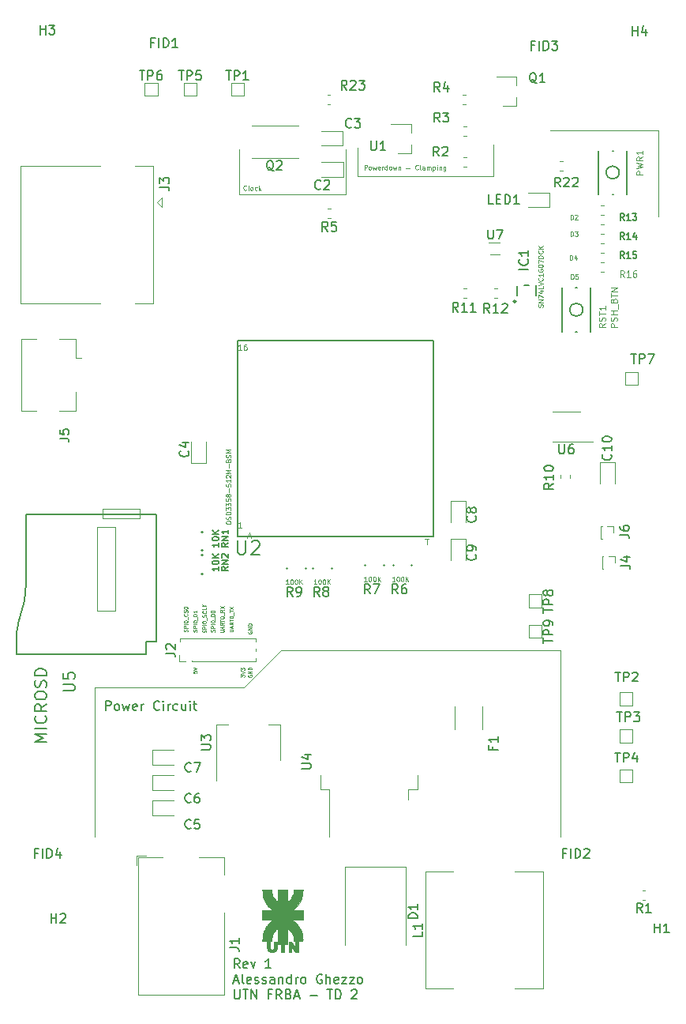
<source format=gbr>
%TF.GenerationSoftware,KiCad,Pcbnew,5.1.6-c6e7f7d~86~ubuntu18.04.1*%
%TF.CreationDate,2020-08-09T14:30:42-03:00*%
%TF.ProjectId,pcbproyecto,70636270-726f-4796-9563-746f2e6b6963,rev?*%
%TF.SameCoordinates,Original*%
%TF.FileFunction,Legend,Top*%
%TF.FilePolarity,Positive*%
%FSLAX46Y46*%
G04 Gerber Fmt 4.6, Leading zero omitted, Abs format (unit mm)*
G04 Created by KiCad (PCBNEW 5.1.6-c6e7f7d~86~ubuntu18.04.1) date 2020-08-09 14:30:42*
%MOMM*%
%LPD*%
G01*
G04 APERTURE LIST*
%ADD10C,0.100000*%
%ADD11C,0.150000*%
%ADD12C,0.120000*%
%ADD13C,0.125000*%
%ADD14C,0.010000*%
%ADD15C,0.203200*%
%ADD16C,0.254000*%
%ADD17C,0.127000*%
%ADD18C,0.066040*%
%ADD19C,0.101600*%
%ADD20C,0.076200*%
G04 APERTURE END LIST*
D10*
X39500000Y-88704761D02*
X39480952Y-88742857D01*
X39480952Y-88800000D01*
X39500000Y-88857142D01*
X39538095Y-88895238D01*
X39576190Y-88914285D01*
X39652380Y-88933333D01*
X39709523Y-88933333D01*
X39785714Y-88914285D01*
X39823809Y-88895238D01*
X39861904Y-88857142D01*
X39880952Y-88800000D01*
X39880952Y-88761904D01*
X39861904Y-88704761D01*
X39842857Y-88685714D01*
X39709523Y-88685714D01*
X39709523Y-88761904D01*
X39880952Y-88514285D02*
X39480952Y-88514285D01*
X39880952Y-88285714D01*
X39480952Y-88285714D01*
X39880952Y-88095238D02*
X39480952Y-88095238D01*
X39480952Y-88000000D01*
X39500000Y-87942857D01*
X39538095Y-87904761D01*
X39576190Y-87885714D01*
X39652380Y-87866666D01*
X39709523Y-87866666D01*
X39785714Y-87885714D01*
X39823809Y-87904761D01*
X39861904Y-87942857D01*
X39880952Y-88000000D01*
X39880952Y-88095238D01*
X39500000Y-84004761D02*
X39480952Y-84042857D01*
X39480952Y-84100000D01*
X39500000Y-84157142D01*
X39538095Y-84195238D01*
X39576190Y-84214285D01*
X39652380Y-84233333D01*
X39709523Y-84233333D01*
X39785714Y-84214285D01*
X39823809Y-84195238D01*
X39861904Y-84157142D01*
X39880952Y-84100000D01*
X39880952Y-84061904D01*
X39861904Y-84004761D01*
X39842857Y-83985714D01*
X39709523Y-83985714D01*
X39709523Y-84061904D01*
X39880952Y-83814285D02*
X39480952Y-83814285D01*
X39880952Y-83585714D01*
X39480952Y-83585714D01*
X39880952Y-83395238D02*
X39480952Y-83395238D01*
X39480952Y-83300000D01*
X39500000Y-83242857D01*
X39538095Y-83204761D01*
X39576190Y-83185714D01*
X39652380Y-83166666D01*
X39709523Y-83166666D01*
X39785714Y-83185714D01*
X39823809Y-83204761D01*
X39861904Y-83242857D01*
X39880952Y-83300000D01*
X39880952Y-83395238D01*
X37480952Y-84023809D02*
X37804761Y-84023809D01*
X37842857Y-84004761D01*
X37861904Y-83985714D01*
X37880952Y-83947619D01*
X37880952Y-83871428D01*
X37861904Y-83833333D01*
X37842857Y-83814285D01*
X37804761Y-83795238D01*
X37480952Y-83795238D01*
X37766666Y-83623809D02*
X37766666Y-83433333D01*
X37880952Y-83661904D02*
X37480952Y-83528571D01*
X37880952Y-83395238D01*
X37880952Y-83033333D02*
X37690476Y-83166666D01*
X37880952Y-83261904D02*
X37480952Y-83261904D01*
X37480952Y-83109523D01*
X37500000Y-83071428D01*
X37519047Y-83052380D01*
X37557142Y-83033333D01*
X37614285Y-83033333D01*
X37652380Y-83052380D01*
X37671428Y-83071428D01*
X37690476Y-83109523D01*
X37690476Y-83261904D01*
X37480952Y-82919047D02*
X37480952Y-82690476D01*
X37880952Y-82804761D02*
X37480952Y-82804761D01*
X37480952Y-82480952D02*
X37480952Y-82442857D01*
X37500000Y-82404761D01*
X37519047Y-82385714D01*
X37557142Y-82366666D01*
X37633333Y-82347619D01*
X37728571Y-82347619D01*
X37804761Y-82366666D01*
X37842857Y-82385714D01*
X37861904Y-82404761D01*
X37880952Y-82442857D01*
X37880952Y-82480952D01*
X37861904Y-82519047D01*
X37842857Y-82538095D01*
X37804761Y-82557142D01*
X37728571Y-82576190D01*
X37633333Y-82576190D01*
X37557142Y-82557142D01*
X37519047Y-82538095D01*
X37500000Y-82519047D01*
X37480952Y-82480952D01*
X37919047Y-82271428D02*
X37919047Y-81966666D01*
X37480952Y-81928571D02*
X37480952Y-81700000D01*
X37880952Y-81814285D02*
X37480952Y-81814285D01*
X37480952Y-81604761D02*
X37880952Y-81338095D01*
X37480952Y-81338095D02*
X37880952Y-81604761D01*
X36480952Y-84071428D02*
X36804761Y-84071428D01*
X36842857Y-84052380D01*
X36861904Y-84033333D01*
X36880952Y-83995238D01*
X36880952Y-83919047D01*
X36861904Y-83880952D01*
X36842857Y-83861904D01*
X36804761Y-83842857D01*
X36480952Y-83842857D01*
X36766666Y-83671428D02*
X36766666Y-83480952D01*
X36880952Y-83709523D02*
X36480952Y-83576190D01*
X36880952Y-83442857D01*
X36880952Y-83080952D02*
X36690476Y-83214285D01*
X36880952Y-83309523D02*
X36480952Y-83309523D01*
X36480952Y-83157142D01*
X36500000Y-83119047D01*
X36519047Y-83100000D01*
X36557142Y-83080952D01*
X36614285Y-83080952D01*
X36652380Y-83100000D01*
X36671428Y-83119047D01*
X36690476Y-83157142D01*
X36690476Y-83309523D01*
X36480952Y-82966666D02*
X36480952Y-82738095D01*
X36880952Y-82852380D02*
X36480952Y-82852380D01*
X36480952Y-82528571D02*
X36480952Y-82490476D01*
X36500000Y-82452380D01*
X36519047Y-82433333D01*
X36557142Y-82414285D01*
X36633333Y-82395238D01*
X36728571Y-82395238D01*
X36804761Y-82414285D01*
X36842857Y-82433333D01*
X36861904Y-82452380D01*
X36880952Y-82490476D01*
X36880952Y-82528571D01*
X36861904Y-82566666D01*
X36842857Y-82585714D01*
X36804761Y-82604761D01*
X36728571Y-82623809D01*
X36633333Y-82623809D01*
X36557142Y-82604761D01*
X36519047Y-82585714D01*
X36500000Y-82566666D01*
X36480952Y-82528571D01*
X36919047Y-82319047D02*
X36919047Y-82014285D01*
X36880952Y-81690476D02*
X36690476Y-81823809D01*
X36880952Y-81919047D02*
X36480952Y-81919047D01*
X36480952Y-81766666D01*
X36500000Y-81728571D01*
X36519047Y-81709523D01*
X36557142Y-81690476D01*
X36614285Y-81690476D01*
X36652380Y-81709523D01*
X36671428Y-81728571D01*
X36690476Y-81766666D01*
X36690476Y-81919047D01*
X36480952Y-81557142D02*
X36880952Y-81290476D01*
X36480952Y-81290476D02*
X36880952Y-81557142D01*
X35861904Y-84042857D02*
X35880952Y-83985714D01*
X35880952Y-83890476D01*
X35861904Y-83852380D01*
X35842857Y-83833333D01*
X35804761Y-83814285D01*
X35766666Y-83814285D01*
X35728571Y-83833333D01*
X35709523Y-83852380D01*
X35690476Y-83890476D01*
X35671428Y-83966666D01*
X35652380Y-84004761D01*
X35633333Y-84023809D01*
X35595238Y-84042857D01*
X35557142Y-84042857D01*
X35519047Y-84023809D01*
X35500000Y-84004761D01*
X35480952Y-83966666D01*
X35480952Y-83871428D01*
X35500000Y-83814285D01*
X35880952Y-83642857D02*
X35480952Y-83642857D01*
X35480952Y-83490476D01*
X35500000Y-83452380D01*
X35519047Y-83433333D01*
X35557142Y-83414285D01*
X35614285Y-83414285D01*
X35652380Y-83433333D01*
X35671428Y-83452380D01*
X35690476Y-83490476D01*
X35690476Y-83642857D01*
X35880952Y-83242857D02*
X35480952Y-83242857D01*
X35480952Y-82976190D02*
X35480952Y-82938095D01*
X35500000Y-82900000D01*
X35519047Y-82880952D01*
X35557142Y-82861904D01*
X35633333Y-82842857D01*
X35728571Y-82842857D01*
X35804761Y-82861904D01*
X35842857Y-82880952D01*
X35861904Y-82900000D01*
X35880952Y-82938095D01*
X35880952Y-82976190D01*
X35861904Y-83014285D01*
X35842857Y-83033333D01*
X35804761Y-83052380D01*
X35728571Y-83071428D01*
X35633333Y-83071428D01*
X35557142Y-83052380D01*
X35519047Y-83033333D01*
X35500000Y-83014285D01*
X35480952Y-82976190D01*
X35919047Y-82766666D02*
X35919047Y-82461904D01*
X35880952Y-82366666D02*
X35480952Y-82366666D01*
X35480952Y-82271428D01*
X35500000Y-82214285D01*
X35538095Y-82176190D01*
X35576190Y-82157142D01*
X35652380Y-82138095D01*
X35709523Y-82138095D01*
X35785714Y-82157142D01*
X35823809Y-82176190D01*
X35861904Y-82214285D01*
X35880952Y-82271428D01*
X35880952Y-82366666D01*
X35480952Y-81890476D02*
X35480952Y-81852380D01*
X35500000Y-81814285D01*
X35519047Y-81795238D01*
X35557142Y-81776190D01*
X35633333Y-81757142D01*
X35728571Y-81757142D01*
X35804761Y-81776190D01*
X35842857Y-81795238D01*
X35861904Y-81814285D01*
X35880952Y-81852380D01*
X35880952Y-81890476D01*
X35861904Y-81928571D01*
X35842857Y-81947619D01*
X35804761Y-81966666D01*
X35728571Y-81985714D01*
X35633333Y-81985714D01*
X35557142Y-81966666D01*
X35519047Y-81947619D01*
X35500000Y-81928571D01*
X35480952Y-81890476D01*
X34961904Y-84104761D02*
X34980952Y-84047619D01*
X34980952Y-83952380D01*
X34961904Y-83914285D01*
X34942857Y-83895238D01*
X34904761Y-83876190D01*
X34866666Y-83876190D01*
X34828571Y-83895238D01*
X34809523Y-83914285D01*
X34790476Y-83952380D01*
X34771428Y-84028571D01*
X34752380Y-84066666D01*
X34733333Y-84085714D01*
X34695238Y-84104761D01*
X34657142Y-84104761D01*
X34619047Y-84085714D01*
X34600000Y-84066666D01*
X34580952Y-84028571D01*
X34580952Y-83933333D01*
X34600000Y-83876190D01*
X34980952Y-83704761D02*
X34580952Y-83704761D01*
X34580952Y-83552380D01*
X34600000Y-83514285D01*
X34619047Y-83495238D01*
X34657142Y-83476190D01*
X34714285Y-83476190D01*
X34752380Y-83495238D01*
X34771428Y-83514285D01*
X34790476Y-83552380D01*
X34790476Y-83704761D01*
X34980952Y-83304761D02*
X34580952Y-83304761D01*
X34580952Y-83038095D02*
X34580952Y-83000000D01*
X34600000Y-82961904D01*
X34619047Y-82942857D01*
X34657142Y-82923809D01*
X34733333Y-82904761D01*
X34828571Y-82904761D01*
X34904761Y-82923809D01*
X34942857Y-82942857D01*
X34961904Y-82961904D01*
X34980952Y-83000000D01*
X34980952Y-83038095D01*
X34961904Y-83076190D01*
X34942857Y-83095238D01*
X34904761Y-83114285D01*
X34828571Y-83133333D01*
X34733333Y-83133333D01*
X34657142Y-83114285D01*
X34619047Y-83095238D01*
X34600000Y-83076190D01*
X34580952Y-83038095D01*
X35019047Y-82828571D02*
X35019047Y-82523809D01*
X34961904Y-82447619D02*
X34980952Y-82390476D01*
X34980952Y-82295238D01*
X34961904Y-82257142D01*
X34942857Y-82238095D01*
X34904761Y-82219047D01*
X34866666Y-82219047D01*
X34828571Y-82238095D01*
X34809523Y-82257142D01*
X34790476Y-82295238D01*
X34771428Y-82371428D01*
X34752380Y-82409523D01*
X34733333Y-82428571D01*
X34695238Y-82447619D01*
X34657142Y-82447619D01*
X34619047Y-82428571D01*
X34600000Y-82409523D01*
X34580952Y-82371428D01*
X34580952Y-82276190D01*
X34600000Y-82219047D01*
X34942857Y-81819047D02*
X34961904Y-81838095D01*
X34980952Y-81895238D01*
X34980952Y-81933333D01*
X34961904Y-81990476D01*
X34923809Y-82028571D01*
X34885714Y-82047619D01*
X34809523Y-82066666D01*
X34752380Y-82066666D01*
X34676190Y-82047619D01*
X34638095Y-82028571D01*
X34600000Y-81990476D01*
X34580952Y-81933333D01*
X34580952Y-81895238D01*
X34600000Y-81838095D01*
X34619047Y-81819047D01*
X34980952Y-81457142D02*
X34980952Y-81647619D01*
X34580952Y-81647619D01*
X34980952Y-81323809D02*
X34580952Y-81323809D01*
X34980952Y-81095238D02*
X34752380Y-81266666D01*
X34580952Y-81095238D02*
X34809523Y-81323809D01*
X33961904Y-84042857D02*
X33980952Y-83985714D01*
X33980952Y-83890476D01*
X33961904Y-83852380D01*
X33942857Y-83833333D01*
X33904761Y-83814285D01*
X33866666Y-83814285D01*
X33828571Y-83833333D01*
X33809523Y-83852380D01*
X33790476Y-83890476D01*
X33771428Y-83966666D01*
X33752380Y-84004761D01*
X33733333Y-84023809D01*
X33695238Y-84042857D01*
X33657142Y-84042857D01*
X33619047Y-84023809D01*
X33600000Y-84004761D01*
X33580952Y-83966666D01*
X33580952Y-83871428D01*
X33600000Y-83814285D01*
X33980952Y-83642857D02*
X33580952Y-83642857D01*
X33580952Y-83490476D01*
X33600000Y-83452380D01*
X33619047Y-83433333D01*
X33657142Y-83414285D01*
X33714285Y-83414285D01*
X33752380Y-83433333D01*
X33771428Y-83452380D01*
X33790476Y-83490476D01*
X33790476Y-83642857D01*
X33980952Y-83242857D02*
X33580952Y-83242857D01*
X33580952Y-82976190D02*
X33580952Y-82938095D01*
X33600000Y-82900000D01*
X33619047Y-82880952D01*
X33657142Y-82861904D01*
X33733333Y-82842857D01*
X33828571Y-82842857D01*
X33904761Y-82861904D01*
X33942857Y-82880952D01*
X33961904Y-82900000D01*
X33980952Y-82938095D01*
X33980952Y-82976190D01*
X33961904Y-83014285D01*
X33942857Y-83033333D01*
X33904761Y-83052380D01*
X33828571Y-83071428D01*
X33733333Y-83071428D01*
X33657142Y-83052380D01*
X33619047Y-83033333D01*
X33600000Y-83014285D01*
X33580952Y-82976190D01*
X34019047Y-82766666D02*
X34019047Y-82461904D01*
X33980952Y-82366666D02*
X33580952Y-82366666D01*
X33580952Y-82271428D01*
X33600000Y-82214285D01*
X33638095Y-82176190D01*
X33676190Y-82157142D01*
X33752380Y-82138095D01*
X33809523Y-82138095D01*
X33885714Y-82157142D01*
X33923809Y-82176190D01*
X33961904Y-82214285D01*
X33980952Y-82271428D01*
X33980952Y-82366666D01*
X33980952Y-81757142D02*
X33980952Y-81985714D01*
X33980952Y-81871428D02*
X33580952Y-81871428D01*
X33638095Y-81909523D01*
X33676190Y-81947619D01*
X33695238Y-81985714D01*
X32961904Y-84033333D02*
X32980952Y-83976190D01*
X32980952Y-83880952D01*
X32961904Y-83842857D01*
X32942857Y-83823809D01*
X32904761Y-83804761D01*
X32866666Y-83804761D01*
X32828571Y-83823809D01*
X32809523Y-83842857D01*
X32790476Y-83880952D01*
X32771428Y-83957142D01*
X32752380Y-83995238D01*
X32733333Y-84014285D01*
X32695238Y-84033333D01*
X32657142Y-84033333D01*
X32619047Y-84014285D01*
X32600000Y-83995238D01*
X32580952Y-83957142D01*
X32580952Y-83861904D01*
X32600000Y-83804761D01*
X32980952Y-83633333D02*
X32580952Y-83633333D01*
X32580952Y-83480952D01*
X32600000Y-83442857D01*
X32619047Y-83423809D01*
X32657142Y-83404761D01*
X32714285Y-83404761D01*
X32752380Y-83423809D01*
X32771428Y-83442857D01*
X32790476Y-83480952D01*
X32790476Y-83633333D01*
X32980952Y-83233333D02*
X32580952Y-83233333D01*
X32580952Y-82966666D02*
X32580952Y-82928571D01*
X32600000Y-82890476D01*
X32619047Y-82871428D01*
X32657142Y-82852380D01*
X32733333Y-82833333D01*
X32828571Y-82833333D01*
X32904761Y-82852380D01*
X32942857Y-82871428D01*
X32961904Y-82890476D01*
X32980952Y-82928571D01*
X32980952Y-82966666D01*
X32961904Y-83004761D01*
X32942857Y-83023809D01*
X32904761Y-83042857D01*
X32828571Y-83061904D01*
X32733333Y-83061904D01*
X32657142Y-83042857D01*
X32619047Y-83023809D01*
X32600000Y-83004761D01*
X32580952Y-82966666D01*
X33019047Y-82757142D02*
X33019047Y-82452380D01*
X32942857Y-82128571D02*
X32961904Y-82147619D01*
X32980952Y-82204761D01*
X32980952Y-82242857D01*
X32961904Y-82300000D01*
X32923809Y-82338095D01*
X32885714Y-82357142D01*
X32809523Y-82376190D01*
X32752380Y-82376190D01*
X32676190Y-82357142D01*
X32638095Y-82338095D01*
X32600000Y-82300000D01*
X32580952Y-82242857D01*
X32580952Y-82204761D01*
X32600000Y-82147619D01*
X32619047Y-82128571D01*
X32961904Y-81976190D02*
X32980952Y-81919047D01*
X32980952Y-81823809D01*
X32961904Y-81785714D01*
X32942857Y-81766666D01*
X32904761Y-81747619D01*
X32866666Y-81747619D01*
X32828571Y-81766666D01*
X32809523Y-81785714D01*
X32790476Y-81823809D01*
X32771428Y-81900000D01*
X32752380Y-81938095D01*
X32733333Y-81957142D01*
X32695238Y-81976190D01*
X32657142Y-81976190D01*
X32619047Y-81957142D01*
X32600000Y-81938095D01*
X32580952Y-81900000D01*
X32580952Y-81804761D01*
X32600000Y-81747619D01*
X32580952Y-81500000D02*
X32580952Y-81461904D01*
X32600000Y-81423809D01*
X32619047Y-81404761D01*
X32657142Y-81385714D01*
X32733333Y-81366666D01*
X32828571Y-81366666D01*
X32904761Y-81385714D01*
X32942857Y-81404761D01*
X32961904Y-81423809D01*
X32980952Y-81461904D01*
X32980952Y-81500000D01*
X32961904Y-81538095D01*
X32942857Y-81557142D01*
X32904761Y-81576190D01*
X32828571Y-81595238D01*
X32733333Y-81595238D01*
X32657142Y-81576190D01*
X32619047Y-81557142D01*
X32600000Y-81538095D01*
X32580952Y-81500000D01*
X38680952Y-88895238D02*
X38680952Y-88647619D01*
X38833333Y-88780952D01*
X38833333Y-88723809D01*
X38852380Y-88685714D01*
X38871428Y-88666666D01*
X38909523Y-88647619D01*
X39004761Y-88647619D01*
X39042857Y-88666666D01*
X39061904Y-88685714D01*
X39080952Y-88723809D01*
X39080952Y-88838095D01*
X39061904Y-88876190D01*
X39042857Y-88895238D01*
X38680952Y-88533333D02*
X39080952Y-88400000D01*
X38680952Y-88266666D01*
X38680952Y-88171428D02*
X38680952Y-87923809D01*
X38833333Y-88057142D01*
X38833333Y-88000000D01*
X38852380Y-87961904D01*
X38871428Y-87942857D01*
X38909523Y-87923809D01*
X39004761Y-87923809D01*
X39042857Y-87942857D01*
X39061904Y-87961904D01*
X39080952Y-88000000D01*
X39080952Y-88114285D01*
X39061904Y-88152380D01*
X39042857Y-88171428D01*
X33580952Y-88276190D02*
X33580952Y-88466666D01*
X33771428Y-88485714D01*
X33752380Y-88466666D01*
X33733333Y-88428571D01*
X33733333Y-88333333D01*
X33752380Y-88295238D01*
X33771428Y-88276190D01*
X33809523Y-88257142D01*
X33904761Y-88257142D01*
X33942857Y-88276190D01*
X33961904Y-88295238D01*
X33980952Y-88333333D01*
X33980952Y-88428571D01*
X33961904Y-88466666D01*
X33942857Y-88485714D01*
X33580952Y-88142857D02*
X33980952Y-88009523D01*
X33580952Y-87876190D01*
D11*
X24190476Y-92452380D02*
X24190476Y-91452380D01*
X24571428Y-91452380D01*
X24666666Y-91500000D01*
X24714285Y-91547619D01*
X24761904Y-91642857D01*
X24761904Y-91785714D01*
X24714285Y-91880952D01*
X24666666Y-91928571D01*
X24571428Y-91976190D01*
X24190476Y-91976190D01*
X25333333Y-92452380D02*
X25238095Y-92404761D01*
X25190476Y-92357142D01*
X25142857Y-92261904D01*
X25142857Y-91976190D01*
X25190476Y-91880952D01*
X25238095Y-91833333D01*
X25333333Y-91785714D01*
X25476190Y-91785714D01*
X25571428Y-91833333D01*
X25619047Y-91880952D01*
X25666666Y-91976190D01*
X25666666Y-92261904D01*
X25619047Y-92357142D01*
X25571428Y-92404761D01*
X25476190Y-92452380D01*
X25333333Y-92452380D01*
X26000000Y-91785714D02*
X26190476Y-92452380D01*
X26380952Y-91976190D01*
X26571428Y-92452380D01*
X26761904Y-91785714D01*
X27523809Y-92404761D02*
X27428571Y-92452380D01*
X27238095Y-92452380D01*
X27142857Y-92404761D01*
X27095238Y-92309523D01*
X27095238Y-91928571D01*
X27142857Y-91833333D01*
X27238095Y-91785714D01*
X27428571Y-91785714D01*
X27523809Y-91833333D01*
X27571428Y-91928571D01*
X27571428Y-92023809D01*
X27095238Y-92119047D01*
X28000000Y-92452380D02*
X28000000Y-91785714D01*
X28000000Y-91976190D02*
X28047619Y-91880952D01*
X28095238Y-91833333D01*
X28190476Y-91785714D01*
X28285714Y-91785714D01*
X29952380Y-92357142D02*
X29904761Y-92404761D01*
X29761904Y-92452380D01*
X29666666Y-92452380D01*
X29523809Y-92404761D01*
X29428571Y-92309523D01*
X29380952Y-92214285D01*
X29333333Y-92023809D01*
X29333333Y-91880952D01*
X29380952Y-91690476D01*
X29428571Y-91595238D01*
X29523809Y-91500000D01*
X29666666Y-91452380D01*
X29761904Y-91452380D01*
X29904761Y-91500000D01*
X29952380Y-91547619D01*
X30380952Y-92452380D02*
X30380952Y-91785714D01*
X30380952Y-91452380D02*
X30333333Y-91500000D01*
X30380952Y-91547619D01*
X30428571Y-91500000D01*
X30380952Y-91452380D01*
X30380952Y-91547619D01*
X30857142Y-92452380D02*
X30857142Y-91785714D01*
X30857142Y-91976190D02*
X30904761Y-91880952D01*
X30952380Y-91833333D01*
X31047619Y-91785714D01*
X31142857Y-91785714D01*
X31904761Y-92404761D02*
X31809523Y-92452380D01*
X31619047Y-92452380D01*
X31523809Y-92404761D01*
X31476190Y-92357142D01*
X31428571Y-92261904D01*
X31428571Y-91976190D01*
X31476190Y-91880952D01*
X31523809Y-91833333D01*
X31619047Y-91785714D01*
X31809523Y-91785714D01*
X31904761Y-91833333D01*
X32761904Y-91785714D02*
X32761904Y-92452380D01*
X32333333Y-91785714D02*
X32333333Y-92309523D01*
X32380952Y-92404761D01*
X32476190Y-92452380D01*
X32619047Y-92452380D01*
X32714285Y-92404761D01*
X32761904Y-92357142D01*
X33238095Y-92452380D02*
X33238095Y-91785714D01*
X33238095Y-91452380D02*
X33190476Y-91500000D01*
X33238095Y-91547619D01*
X33285714Y-91500000D01*
X33238095Y-91452380D01*
X33238095Y-91547619D01*
X33571428Y-91785714D02*
X33952380Y-91785714D01*
X33714285Y-91452380D02*
X33714285Y-92309523D01*
X33761904Y-92404761D01*
X33857142Y-92452380D01*
X33952380Y-92452380D01*
D12*
X73000000Y-86000000D02*
X73000000Y-106000000D01*
X43000000Y-86000000D02*
X73000000Y-86000000D01*
X39000000Y-90000000D02*
X43000000Y-86000000D01*
X23000000Y-90000000D02*
X39000000Y-90000000D01*
X23000000Y-106000000D02*
X23000000Y-90000000D01*
X83460000Y-30350000D02*
X83470000Y-39510000D01*
X71910000Y-30350000D02*
X83460000Y-30350000D01*
X65810000Y-35250000D02*
X65810000Y-31830000D01*
X51190000Y-35210000D02*
X65810000Y-35250000D01*
X51190000Y-32210000D02*
X51190000Y-35210000D01*
D13*
X39280952Y-36678571D02*
X39257142Y-36702380D01*
X39185714Y-36726190D01*
X39138095Y-36726190D01*
X39066666Y-36702380D01*
X39019047Y-36654761D01*
X38995238Y-36607142D01*
X38971428Y-36511904D01*
X38971428Y-36440476D01*
X38995238Y-36345238D01*
X39019047Y-36297619D01*
X39066666Y-36250000D01*
X39138095Y-36226190D01*
X39185714Y-36226190D01*
X39257142Y-36250000D01*
X39280952Y-36273809D01*
X39566666Y-36726190D02*
X39519047Y-36702380D01*
X39495238Y-36654761D01*
X39495238Y-36226190D01*
X39828571Y-36726190D02*
X39780952Y-36702380D01*
X39757142Y-36678571D01*
X39733333Y-36630952D01*
X39733333Y-36488095D01*
X39757142Y-36440476D01*
X39780952Y-36416666D01*
X39828571Y-36392857D01*
X39900000Y-36392857D01*
X39947619Y-36416666D01*
X39971428Y-36440476D01*
X39995238Y-36488095D01*
X39995238Y-36630952D01*
X39971428Y-36678571D01*
X39947619Y-36702380D01*
X39900000Y-36726190D01*
X39828571Y-36726190D01*
X40423809Y-36702380D02*
X40376190Y-36726190D01*
X40280952Y-36726190D01*
X40233333Y-36702380D01*
X40209523Y-36678571D01*
X40185714Y-36630952D01*
X40185714Y-36488095D01*
X40209523Y-36440476D01*
X40233333Y-36416666D01*
X40280952Y-36392857D01*
X40376190Y-36392857D01*
X40423809Y-36416666D01*
X40638095Y-36726190D02*
X40638095Y-36226190D01*
X40685714Y-36535714D02*
X40828571Y-36726190D01*
X40828571Y-36392857D02*
X40638095Y-36583333D01*
D11*
X38574166Y-120082380D02*
X38240833Y-119606190D01*
X38002738Y-120082380D02*
X38002738Y-119082380D01*
X38383690Y-119082380D01*
X38478928Y-119130000D01*
X38526547Y-119177619D01*
X38574166Y-119272857D01*
X38574166Y-119415714D01*
X38526547Y-119510952D01*
X38478928Y-119558571D01*
X38383690Y-119606190D01*
X38002738Y-119606190D01*
X39383690Y-120034761D02*
X39288452Y-120082380D01*
X39097976Y-120082380D01*
X39002738Y-120034761D01*
X38955119Y-119939523D01*
X38955119Y-119558571D01*
X39002738Y-119463333D01*
X39097976Y-119415714D01*
X39288452Y-119415714D01*
X39383690Y-119463333D01*
X39431309Y-119558571D01*
X39431309Y-119653809D01*
X38955119Y-119749047D01*
X39764643Y-119415714D02*
X40002738Y-120082380D01*
X40240833Y-119415714D01*
X41907500Y-120082380D02*
X41336071Y-120082380D01*
X41621785Y-120082380D02*
X41621785Y-119082380D01*
X41526547Y-119225238D01*
X41431309Y-119320476D01*
X41336071Y-119368095D01*
X37955119Y-121446666D02*
X38431309Y-121446666D01*
X37859881Y-121732380D02*
X38193214Y-120732380D01*
X38526547Y-121732380D01*
X39002738Y-121732380D02*
X38907500Y-121684761D01*
X38859881Y-121589523D01*
X38859881Y-120732380D01*
X39764643Y-121684761D02*
X39669404Y-121732380D01*
X39478928Y-121732380D01*
X39383690Y-121684761D01*
X39336071Y-121589523D01*
X39336071Y-121208571D01*
X39383690Y-121113333D01*
X39478928Y-121065714D01*
X39669404Y-121065714D01*
X39764643Y-121113333D01*
X39812262Y-121208571D01*
X39812262Y-121303809D01*
X39336071Y-121399047D01*
X40193214Y-121684761D02*
X40288452Y-121732380D01*
X40478928Y-121732380D01*
X40574166Y-121684761D01*
X40621785Y-121589523D01*
X40621785Y-121541904D01*
X40574166Y-121446666D01*
X40478928Y-121399047D01*
X40336071Y-121399047D01*
X40240833Y-121351428D01*
X40193214Y-121256190D01*
X40193214Y-121208571D01*
X40240833Y-121113333D01*
X40336071Y-121065714D01*
X40478928Y-121065714D01*
X40574166Y-121113333D01*
X41002738Y-121684761D02*
X41097976Y-121732380D01*
X41288452Y-121732380D01*
X41383690Y-121684761D01*
X41431309Y-121589523D01*
X41431309Y-121541904D01*
X41383690Y-121446666D01*
X41288452Y-121399047D01*
X41145595Y-121399047D01*
X41050357Y-121351428D01*
X41002738Y-121256190D01*
X41002738Y-121208571D01*
X41050357Y-121113333D01*
X41145595Y-121065714D01*
X41288452Y-121065714D01*
X41383690Y-121113333D01*
X42288452Y-121732380D02*
X42288452Y-121208571D01*
X42240833Y-121113333D01*
X42145595Y-121065714D01*
X41955119Y-121065714D01*
X41859881Y-121113333D01*
X42288452Y-121684761D02*
X42193214Y-121732380D01*
X41955119Y-121732380D01*
X41859881Y-121684761D01*
X41812262Y-121589523D01*
X41812262Y-121494285D01*
X41859881Y-121399047D01*
X41955119Y-121351428D01*
X42193214Y-121351428D01*
X42288452Y-121303809D01*
X42764643Y-121065714D02*
X42764643Y-121732380D01*
X42764643Y-121160952D02*
X42812262Y-121113333D01*
X42907500Y-121065714D01*
X43050357Y-121065714D01*
X43145595Y-121113333D01*
X43193214Y-121208571D01*
X43193214Y-121732380D01*
X44097976Y-121732380D02*
X44097976Y-120732380D01*
X44097976Y-121684761D02*
X44002738Y-121732380D01*
X43812262Y-121732380D01*
X43717023Y-121684761D01*
X43669404Y-121637142D01*
X43621785Y-121541904D01*
X43621785Y-121256190D01*
X43669404Y-121160952D01*
X43717023Y-121113333D01*
X43812262Y-121065714D01*
X44002738Y-121065714D01*
X44097976Y-121113333D01*
X44574166Y-121732380D02*
X44574166Y-121065714D01*
X44574166Y-121256190D02*
X44621785Y-121160952D01*
X44669404Y-121113333D01*
X44764643Y-121065714D01*
X44859881Y-121065714D01*
X45336071Y-121732380D02*
X45240833Y-121684761D01*
X45193214Y-121637142D01*
X45145595Y-121541904D01*
X45145595Y-121256190D01*
X45193214Y-121160952D01*
X45240833Y-121113333D01*
X45336071Y-121065714D01*
X45478928Y-121065714D01*
X45574166Y-121113333D01*
X45621785Y-121160952D01*
X45669404Y-121256190D01*
X45669404Y-121541904D01*
X45621785Y-121637142D01*
X45574166Y-121684761D01*
X45478928Y-121732380D01*
X45336071Y-121732380D01*
X47383690Y-120780000D02*
X47288452Y-120732380D01*
X47145595Y-120732380D01*
X47002738Y-120780000D01*
X46907500Y-120875238D01*
X46859881Y-120970476D01*
X46812262Y-121160952D01*
X46812262Y-121303809D01*
X46859881Y-121494285D01*
X46907500Y-121589523D01*
X47002738Y-121684761D01*
X47145595Y-121732380D01*
X47240833Y-121732380D01*
X47383690Y-121684761D01*
X47431309Y-121637142D01*
X47431309Y-121303809D01*
X47240833Y-121303809D01*
X47859881Y-121732380D02*
X47859881Y-120732380D01*
X48288452Y-121732380D02*
X48288452Y-121208571D01*
X48240833Y-121113333D01*
X48145595Y-121065714D01*
X48002738Y-121065714D01*
X47907500Y-121113333D01*
X47859881Y-121160952D01*
X49145595Y-121684761D02*
X49050357Y-121732380D01*
X48859881Y-121732380D01*
X48764643Y-121684761D01*
X48717023Y-121589523D01*
X48717023Y-121208571D01*
X48764643Y-121113333D01*
X48859881Y-121065714D01*
X49050357Y-121065714D01*
X49145595Y-121113333D01*
X49193214Y-121208571D01*
X49193214Y-121303809D01*
X48717023Y-121399047D01*
X49526547Y-121065714D02*
X50050357Y-121065714D01*
X49526547Y-121732380D01*
X50050357Y-121732380D01*
X50336071Y-121065714D02*
X50859881Y-121065714D01*
X50336071Y-121732380D01*
X50859881Y-121732380D01*
X51383690Y-121732380D02*
X51288452Y-121684761D01*
X51240833Y-121637142D01*
X51193214Y-121541904D01*
X51193214Y-121256190D01*
X51240833Y-121160952D01*
X51288452Y-121113333D01*
X51383690Y-121065714D01*
X51526547Y-121065714D01*
X51621785Y-121113333D01*
X51669404Y-121160952D01*
X51717023Y-121256190D01*
X51717023Y-121541904D01*
X51669404Y-121637142D01*
X51621785Y-121684761D01*
X51526547Y-121732380D01*
X51383690Y-121732380D01*
X38002738Y-122382380D02*
X38002738Y-123191904D01*
X38050357Y-123287142D01*
X38097976Y-123334761D01*
X38193214Y-123382380D01*
X38383690Y-123382380D01*
X38478928Y-123334761D01*
X38526547Y-123287142D01*
X38574166Y-123191904D01*
X38574166Y-122382380D01*
X38907500Y-122382380D02*
X39478928Y-122382380D01*
X39193214Y-123382380D02*
X39193214Y-122382380D01*
X39812262Y-123382380D02*
X39812262Y-122382380D01*
X40383690Y-123382380D01*
X40383690Y-122382380D01*
X41955119Y-122858571D02*
X41621785Y-122858571D01*
X41621785Y-123382380D02*
X41621785Y-122382380D01*
X42097976Y-122382380D01*
X43050357Y-123382380D02*
X42717023Y-122906190D01*
X42478928Y-123382380D02*
X42478928Y-122382380D01*
X42859881Y-122382380D01*
X42955119Y-122430000D01*
X43002738Y-122477619D01*
X43050357Y-122572857D01*
X43050357Y-122715714D01*
X43002738Y-122810952D01*
X42955119Y-122858571D01*
X42859881Y-122906190D01*
X42478928Y-122906190D01*
X43812262Y-122858571D02*
X43955119Y-122906190D01*
X44002738Y-122953809D01*
X44050357Y-123049047D01*
X44050357Y-123191904D01*
X44002738Y-123287142D01*
X43955119Y-123334761D01*
X43859881Y-123382380D01*
X43478928Y-123382380D01*
X43478928Y-122382380D01*
X43812262Y-122382380D01*
X43907500Y-122430000D01*
X43955119Y-122477619D01*
X44002738Y-122572857D01*
X44002738Y-122668095D01*
X43955119Y-122763333D01*
X43907500Y-122810952D01*
X43812262Y-122858571D01*
X43478928Y-122858571D01*
X44431309Y-123096666D02*
X44907500Y-123096666D01*
X44336071Y-123382380D02*
X44669404Y-122382380D01*
X45002738Y-123382380D01*
X46097976Y-123001428D02*
X46859881Y-123001428D01*
X47955119Y-122382380D02*
X48526547Y-122382380D01*
X48240833Y-123382380D02*
X48240833Y-122382380D01*
X48859881Y-123382380D02*
X48859881Y-122382380D01*
X49097976Y-122382380D01*
X49240833Y-122430000D01*
X49336071Y-122525238D01*
X49383690Y-122620476D01*
X49431309Y-122810952D01*
X49431309Y-122953809D01*
X49383690Y-123144285D01*
X49336071Y-123239523D01*
X49240833Y-123334761D01*
X49097976Y-123382380D01*
X48859881Y-123382380D01*
X50574166Y-122477619D02*
X50621785Y-122430000D01*
X50717023Y-122382380D01*
X50955119Y-122382380D01*
X51050357Y-122430000D01*
X51097976Y-122477619D01*
X51145595Y-122572857D01*
X51145595Y-122668095D01*
X51097976Y-122810952D01*
X50526547Y-123382380D01*
X51145595Y-123382380D01*
D12*
X38524000Y-37204000D02*
X38524000Y-32378000D01*
X49954000Y-37204000D02*
X38524000Y-37204000D01*
X49954000Y-32378000D02*
X49954000Y-37204000D01*
D13*
X51942857Y-34526190D02*
X51942857Y-34026190D01*
X52133333Y-34026190D01*
X52180952Y-34050000D01*
X52204761Y-34073809D01*
X52228571Y-34121428D01*
X52228571Y-34192857D01*
X52204761Y-34240476D01*
X52180952Y-34264285D01*
X52133333Y-34288095D01*
X51942857Y-34288095D01*
X52514285Y-34526190D02*
X52466666Y-34502380D01*
X52442857Y-34478571D01*
X52419047Y-34430952D01*
X52419047Y-34288095D01*
X52442857Y-34240476D01*
X52466666Y-34216666D01*
X52514285Y-34192857D01*
X52585714Y-34192857D01*
X52633333Y-34216666D01*
X52657142Y-34240476D01*
X52680952Y-34288095D01*
X52680952Y-34430952D01*
X52657142Y-34478571D01*
X52633333Y-34502380D01*
X52585714Y-34526190D01*
X52514285Y-34526190D01*
X52847619Y-34192857D02*
X52942857Y-34526190D01*
X53038095Y-34288095D01*
X53133333Y-34526190D01*
X53228571Y-34192857D01*
X53609523Y-34502380D02*
X53561904Y-34526190D01*
X53466666Y-34526190D01*
X53419047Y-34502380D01*
X53395238Y-34454761D01*
X53395238Y-34264285D01*
X53419047Y-34216666D01*
X53466666Y-34192857D01*
X53561904Y-34192857D01*
X53609523Y-34216666D01*
X53633333Y-34264285D01*
X53633333Y-34311904D01*
X53395238Y-34359523D01*
X53847619Y-34526190D02*
X53847619Y-34192857D01*
X53847619Y-34288095D02*
X53871428Y-34240476D01*
X53895238Y-34216666D01*
X53942857Y-34192857D01*
X53990476Y-34192857D01*
X54371428Y-34526190D02*
X54371428Y-34026190D01*
X54371428Y-34502380D02*
X54323809Y-34526190D01*
X54228571Y-34526190D01*
X54180952Y-34502380D01*
X54157142Y-34478571D01*
X54133333Y-34430952D01*
X54133333Y-34288095D01*
X54157142Y-34240476D01*
X54180952Y-34216666D01*
X54228571Y-34192857D01*
X54323809Y-34192857D01*
X54371428Y-34216666D01*
X54680952Y-34526190D02*
X54633333Y-34502380D01*
X54609523Y-34478571D01*
X54585714Y-34430952D01*
X54585714Y-34288095D01*
X54609523Y-34240476D01*
X54633333Y-34216666D01*
X54680952Y-34192857D01*
X54752380Y-34192857D01*
X54800000Y-34216666D01*
X54823809Y-34240476D01*
X54847619Y-34288095D01*
X54847619Y-34430952D01*
X54823809Y-34478571D01*
X54800000Y-34502380D01*
X54752380Y-34526190D01*
X54680952Y-34526190D01*
X55014285Y-34192857D02*
X55109523Y-34526190D01*
X55204761Y-34288095D01*
X55300000Y-34526190D01*
X55395238Y-34192857D01*
X55585714Y-34192857D02*
X55585714Y-34526190D01*
X55585714Y-34240476D02*
X55609523Y-34216666D01*
X55657142Y-34192857D01*
X55728571Y-34192857D01*
X55776190Y-34216666D01*
X55800000Y-34264285D01*
X55800000Y-34526190D01*
X56419047Y-34335714D02*
X56800000Y-34335714D01*
X57704761Y-34478571D02*
X57680952Y-34502380D01*
X57609523Y-34526190D01*
X57561904Y-34526190D01*
X57490476Y-34502380D01*
X57442857Y-34454761D01*
X57419047Y-34407142D01*
X57395238Y-34311904D01*
X57395238Y-34240476D01*
X57419047Y-34145238D01*
X57442857Y-34097619D01*
X57490476Y-34050000D01*
X57561904Y-34026190D01*
X57609523Y-34026190D01*
X57680952Y-34050000D01*
X57704761Y-34073809D01*
X57990476Y-34526190D02*
X57942857Y-34502380D01*
X57919047Y-34454761D01*
X57919047Y-34026190D01*
X58395238Y-34526190D02*
X58395238Y-34264285D01*
X58371428Y-34216666D01*
X58323809Y-34192857D01*
X58228571Y-34192857D01*
X58180952Y-34216666D01*
X58395238Y-34502380D02*
X58347619Y-34526190D01*
X58228571Y-34526190D01*
X58180952Y-34502380D01*
X58157142Y-34454761D01*
X58157142Y-34407142D01*
X58180952Y-34359523D01*
X58228571Y-34335714D01*
X58347619Y-34335714D01*
X58395238Y-34311904D01*
X58633333Y-34526190D02*
X58633333Y-34192857D01*
X58633333Y-34240476D02*
X58657142Y-34216666D01*
X58704761Y-34192857D01*
X58776190Y-34192857D01*
X58823809Y-34216666D01*
X58847619Y-34264285D01*
X58847619Y-34526190D01*
X58847619Y-34264285D02*
X58871428Y-34216666D01*
X58919047Y-34192857D01*
X58990476Y-34192857D01*
X59038095Y-34216666D01*
X59061904Y-34264285D01*
X59061904Y-34526190D01*
X59300000Y-34192857D02*
X59300000Y-34692857D01*
X59300000Y-34216666D02*
X59347619Y-34192857D01*
X59442857Y-34192857D01*
X59490476Y-34216666D01*
X59514285Y-34240476D01*
X59538095Y-34288095D01*
X59538095Y-34430952D01*
X59514285Y-34478571D01*
X59490476Y-34502380D01*
X59442857Y-34526190D01*
X59347619Y-34526190D01*
X59300000Y-34502380D01*
X59752380Y-34526190D02*
X59752380Y-34192857D01*
X59752380Y-34026190D02*
X59728571Y-34050000D01*
X59752380Y-34073809D01*
X59776190Y-34050000D01*
X59752380Y-34026190D01*
X59752380Y-34073809D01*
X59990476Y-34192857D02*
X59990476Y-34526190D01*
X59990476Y-34240476D02*
X60014285Y-34216666D01*
X60061904Y-34192857D01*
X60133333Y-34192857D01*
X60180952Y-34216666D01*
X60204761Y-34264285D01*
X60204761Y-34526190D01*
X60657142Y-34192857D02*
X60657142Y-34597619D01*
X60633333Y-34645238D01*
X60609523Y-34669047D01*
X60561904Y-34692857D01*
X60490476Y-34692857D01*
X60442857Y-34669047D01*
X60657142Y-34502380D02*
X60609523Y-34526190D01*
X60514285Y-34526190D01*
X60466666Y-34502380D01*
X60442857Y-34478571D01*
X60419047Y-34430952D01*
X60419047Y-34288095D01*
X60442857Y-34240476D01*
X60466666Y-34216666D01*
X60514285Y-34192857D01*
X60609523Y-34192857D01*
X60657142Y-34216666D01*
D14*
%TO.C,G\u002A\u002A\u002A*%
G36*
X42555800Y-117620157D02*
G01*
X42554080Y-117758726D01*
X42549367Y-117886066D01*
X42542324Y-117990102D01*
X42533619Y-118058758D01*
X42531006Y-118069884D01*
X42473909Y-118184205D01*
X42379480Y-118279745D01*
X42323037Y-118315234D01*
X42234913Y-118344264D01*
X42116364Y-118361112D01*
X41986645Y-118364215D01*
X41866617Y-118352301D01*
X41737287Y-118314910D01*
X41643878Y-118251708D01*
X41574576Y-118154266D01*
X41566447Y-118138076D01*
X41545918Y-118089854D01*
X41531533Y-118037512D01*
X41522243Y-117971108D01*
X41516999Y-117880700D01*
X41514751Y-117756346D01*
X41514400Y-117644880D01*
X41514400Y-117259200D01*
X41844600Y-117259200D01*
X41844600Y-117616469D01*
X41846496Y-117756346D01*
X41851748Y-117876810D01*
X41859702Y-117967962D01*
X41869704Y-118019899D01*
X41871544Y-118024085D01*
X41927694Y-118082479D01*
X42004429Y-118106290D01*
X42086412Y-118096849D01*
X42158302Y-118055491D01*
X42200319Y-117995510D01*
X42215109Y-117926360D01*
X42222668Y-117808969D01*
X42222885Y-117645399D01*
X42221768Y-117597109D01*
X42212900Y-117271900D01*
X42555800Y-117256878D01*
X42555800Y-117620157D01*
G37*
X42555800Y-117620157D02*
X42554080Y-117758726D01*
X42549367Y-117886066D01*
X42542324Y-117990102D01*
X42533619Y-118058758D01*
X42531006Y-118069884D01*
X42473909Y-118184205D01*
X42379480Y-118279745D01*
X42323037Y-118315234D01*
X42234913Y-118344264D01*
X42116364Y-118361112D01*
X41986645Y-118364215D01*
X41866617Y-118352301D01*
X41737287Y-118314910D01*
X41643878Y-118251708D01*
X41574576Y-118154266D01*
X41566447Y-118138076D01*
X41545918Y-118089854D01*
X41531533Y-118037512D01*
X41522243Y-117971108D01*
X41516999Y-117880700D01*
X41514751Y-117756346D01*
X41514400Y-117644880D01*
X41514400Y-117259200D01*
X41844600Y-117259200D01*
X41844600Y-117616469D01*
X41846496Y-117756346D01*
X41851748Y-117876810D01*
X41859702Y-117967962D01*
X41869704Y-118019899D01*
X41871544Y-118024085D01*
X41927694Y-118082479D01*
X42004429Y-118106290D01*
X42086412Y-118096849D01*
X42158302Y-118055491D01*
X42200319Y-117995510D01*
X42215109Y-117926360D01*
X42222668Y-117808969D01*
X42222885Y-117645399D01*
X42221768Y-117597109D01*
X42212900Y-117271900D01*
X42555800Y-117256878D01*
X42555800Y-117620157D01*
G36*
X43698800Y-117259200D02*
G01*
X43698800Y-117538600D01*
X43343200Y-117538600D01*
X43343200Y-118351400D01*
X43013000Y-118351400D01*
X43013000Y-117538600D01*
X42847900Y-117538600D01*
X42763509Y-117535921D01*
X42703434Y-117528912D01*
X42681179Y-117519550D01*
X42679296Y-117484710D01*
X42676373Y-117418144D01*
X42674829Y-117379830D01*
X42670100Y-117259160D01*
X43698800Y-117259200D01*
G37*
X43698800Y-117259200D02*
X43698800Y-117538600D01*
X43343200Y-117538600D01*
X43343200Y-118351400D01*
X43013000Y-118351400D01*
X43013000Y-117538600D01*
X42847900Y-117538600D01*
X42763509Y-117535921D01*
X42703434Y-117528912D01*
X42681179Y-117519550D01*
X42679296Y-117484710D01*
X42676373Y-117418144D01*
X42674829Y-117379830D01*
X42670100Y-117259160D01*
X43698800Y-117259200D01*
G36*
X43984735Y-117264368D02*
G01*
X44141296Y-117271900D01*
X44339148Y-117562009D01*
X44537000Y-117852119D01*
X44537000Y-117259200D01*
X44867200Y-117259200D01*
X44867200Y-118351400D01*
X44540124Y-118351400D01*
X44143300Y-117779900D01*
X44128936Y-118351400D01*
X43828345Y-118351400D01*
X43820722Y-117976750D01*
X43818445Y-117826344D01*
X43817564Y-117677643D01*
X43818082Y-117545847D01*
X43820001Y-117446158D01*
X43820637Y-117429468D01*
X43828174Y-117256837D01*
X43984735Y-117264368D01*
G37*
X43984735Y-117264368D02*
X44141296Y-117271900D01*
X44339148Y-117562009D01*
X44537000Y-117852119D01*
X44537000Y-117259200D01*
X44867200Y-117259200D01*
X44867200Y-118351400D01*
X44540124Y-118351400D01*
X44143300Y-117779900D01*
X44128936Y-118351400D01*
X43828345Y-118351400D01*
X43820722Y-117976750D01*
X43818445Y-117826344D01*
X43817564Y-117677643D01*
X43818082Y-117545847D01*
X43820001Y-117446158D01*
X43820637Y-117429468D01*
X43828174Y-117256837D01*
X43984735Y-117264368D01*
G36*
X43673400Y-111671200D02*
G01*
X43673400Y-112318900D01*
X43674407Y-112542825D01*
X43677401Y-112720618D01*
X43682336Y-112851162D01*
X43689168Y-112933339D01*
X43697852Y-112966033D01*
X43699307Y-112966600D01*
X43727186Y-112949752D01*
X43781889Y-112904279D01*
X43854632Y-112837789D01*
X43911952Y-112782450D01*
X44083498Y-112580703D01*
X44220578Y-112351565D01*
X44318759Y-112105065D01*
X44373609Y-111851234D01*
X44383640Y-111715089D01*
X44387285Y-111699371D01*
X44401926Y-111687982D01*
X44434278Y-111680385D01*
X44491054Y-111676044D01*
X44578969Y-111674423D01*
X44704737Y-111674986D01*
X44860850Y-111676989D01*
X45337100Y-111683900D01*
X45329669Y-111861700D01*
X45293953Y-112208034D01*
X45217934Y-112540736D01*
X45104248Y-112854637D01*
X44955531Y-113144571D01*
X44774419Y-113405370D01*
X44563549Y-113631867D01*
X44334139Y-113813190D01*
X44194778Y-113906399D01*
X44772289Y-113906399D01*
X45349800Y-113906400D01*
X45349800Y-114922400D01*
X44771950Y-114922494D01*
X44194100Y-114922589D01*
X44283000Y-114976275D01*
X44504646Y-115138157D01*
X44707695Y-115341904D01*
X44888402Y-115580799D01*
X45043020Y-115848127D01*
X45167805Y-116137172D01*
X45259012Y-116441217D01*
X45312896Y-116753547D01*
X45320428Y-116836612D01*
X45329656Y-116948216D01*
X45334458Y-117030651D01*
X45328510Y-117088290D01*
X45305489Y-117125510D01*
X45259070Y-117146688D01*
X45182932Y-117156198D01*
X45070751Y-117158418D01*
X44916203Y-117157723D01*
X44856594Y-117157600D01*
X44392513Y-117157600D01*
X44364282Y-116957970D01*
X44319970Y-116745508D01*
X44250320Y-116535362D01*
X44162493Y-116347764D01*
X44127647Y-116289399D01*
X44080561Y-116226110D01*
X44013630Y-116148692D01*
X43935845Y-116066081D01*
X43856195Y-115987213D01*
X43783671Y-115921024D01*
X43727263Y-115876450D01*
X43697870Y-115862200D01*
X43690145Y-115886967D01*
X43683711Y-115958767D01*
X43678709Y-116073843D01*
X43675283Y-116228441D01*
X43673572Y-116418806D01*
X43673400Y-116509900D01*
X43673400Y-117157600D01*
X42657400Y-117157600D01*
X42657400Y-115860412D01*
X42604389Y-115888782D01*
X42531546Y-115941615D01*
X42443161Y-116026224D01*
X42349615Y-116130699D01*
X42261289Y-116243129D01*
X42188563Y-116351602D01*
X42165638Y-116392217D01*
X42102772Y-116529987D01*
X42047217Y-116685152D01*
X42003811Y-116841058D01*
X41977394Y-116981053D01*
X41971600Y-117060063D01*
X41971600Y-117157600D01*
X41000863Y-117157600D01*
X41017630Y-116935350D01*
X41065728Y-116553082D01*
X41149903Y-116205760D01*
X41270533Y-115892186D01*
X41428000Y-115611162D01*
X41445811Y-115584768D01*
X41527064Y-115478552D01*
X41631300Y-115359781D01*
X41746697Y-115240422D01*
X41861430Y-115132443D01*
X41963677Y-115047811D01*
X42004646Y-115019124D01*
X42135636Y-114935100D01*
X41006400Y-114921428D01*
X41006400Y-113906400D01*
X42155188Y-113906400D01*
X42002415Y-113804382D01*
X41910784Y-113735489D01*
X41806069Y-113645158D01*
X41708071Y-113550671D01*
X41690067Y-113531777D01*
X41476568Y-113270779D01*
X41304533Y-112987365D01*
X41172630Y-112678297D01*
X41079524Y-112340339D01*
X41023884Y-111970254D01*
X41017684Y-111899203D01*
X40999847Y-111671200D01*
X41971600Y-111671200D01*
X41971600Y-111768736D01*
X41982581Y-111881312D01*
X42012357Y-112021882D01*
X42056173Y-112173425D01*
X42109276Y-112318924D01*
X42151124Y-112411445D01*
X42240853Y-112553889D01*
X42374179Y-112710450D01*
X42438605Y-112776100D01*
X42644700Y-112979300D01*
X42651478Y-112325249D01*
X42658257Y-111671199D01*
X43165828Y-111671199D01*
X43673400Y-111671200D01*
G37*
X43673400Y-111671200D02*
X43673400Y-112318900D01*
X43674407Y-112542825D01*
X43677401Y-112720618D01*
X43682336Y-112851162D01*
X43689168Y-112933339D01*
X43697852Y-112966033D01*
X43699307Y-112966600D01*
X43727186Y-112949752D01*
X43781889Y-112904279D01*
X43854632Y-112837789D01*
X43911952Y-112782450D01*
X44083498Y-112580703D01*
X44220578Y-112351565D01*
X44318759Y-112105065D01*
X44373609Y-111851234D01*
X44383640Y-111715089D01*
X44387285Y-111699371D01*
X44401926Y-111687982D01*
X44434278Y-111680385D01*
X44491054Y-111676044D01*
X44578969Y-111674423D01*
X44704737Y-111674986D01*
X44860850Y-111676989D01*
X45337100Y-111683900D01*
X45329669Y-111861700D01*
X45293953Y-112208034D01*
X45217934Y-112540736D01*
X45104248Y-112854637D01*
X44955531Y-113144571D01*
X44774419Y-113405370D01*
X44563549Y-113631867D01*
X44334139Y-113813190D01*
X44194778Y-113906399D01*
X44772289Y-113906399D01*
X45349800Y-113906400D01*
X45349800Y-114922400D01*
X44771950Y-114922494D01*
X44194100Y-114922589D01*
X44283000Y-114976275D01*
X44504646Y-115138157D01*
X44707695Y-115341904D01*
X44888402Y-115580799D01*
X45043020Y-115848127D01*
X45167805Y-116137172D01*
X45259012Y-116441217D01*
X45312896Y-116753547D01*
X45320428Y-116836612D01*
X45329656Y-116948216D01*
X45334458Y-117030651D01*
X45328510Y-117088290D01*
X45305489Y-117125510D01*
X45259070Y-117146688D01*
X45182932Y-117156198D01*
X45070751Y-117158418D01*
X44916203Y-117157723D01*
X44856594Y-117157600D01*
X44392513Y-117157600D01*
X44364282Y-116957970D01*
X44319970Y-116745508D01*
X44250320Y-116535362D01*
X44162493Y-116347764D01*
X44127647Y-116289399D01*
X44080561Y-116226110D01*
X44013630Y-116148692D01*
X43935845Y-116066081D01*
X43856195Y-115987213D01*
X43783671Y-115921024D01*
X43727263Y-115876450D01*
X43697870Y-115862200D01*
X43690145Y-115886967D01*
X43683711Y-115958767D01*
X43678709Y-116073843D01*
X43675283Y-116228441D01*
X43673572Y-116418806D01*
X43673400Y-116509900D01*
X43673400Y-117157600D01*
X42657400Y-117157600D01*
X42657400Y-115860412D01*
X42604389Y-115888782D01*
X42531546Y-115941615D01*
X42443161Y-116026224D01*
X42349615Y-116130699D01*
X42261289Y-116243129D01*
X42188563Y-116351602D01*
X42165638Y-116392217D01*
X42102772Y-116529987D01*
X42047217Y-116685152D01*
X42003811Y-116841058D01*
X41977394Y-116981053D01*
X41971600Y-117060063D01*
X41971600Y-117157600D01*
X41000863Y-117157600D01*
X41017630Y-116935350D01*
X41065728Y-116553082D01*
X41149903Y-116205760D01*
X41270533Y-115892186D01*
X41428000Y-115611162D01*
X41445811Y-115584768D01*
X41527064Y-115478552D01*
X41631300Y-115359781D01*
X41746697Y-115240422D01*
X41861430Y-115132443D01*
X41963677Y-115047811D01*
X42004646Y-115019124D01*
X42135636Y-114935100D01*
X41006400Y-114921428D01*
X41006400Y-113906400D01*
X42155188Y-113906400D01*
X42002415Y-113804382D01*
X41910784Y-113735489D01*
X41806069Y-113645158D01*
X41708071Y-113550671D01*
X41690067Y-113531777D01*
X41476568Y-113270779D01*
X41304533Y-112987365D01*
X41172630Y-112678297D01*
X41079524Y-112340339D01*
X41023884Y-111970254D01*
X41017684Y-111899203D01*
X40999847Y-111671200D01*
X41971600Y-111671200D01*
X41971600Y-111768736D01*
X41982581Y-111881312D01*
X42012357Y-112021882D01*
X42056173Y-112173425D01*
X42109276Y-112318924D01*
X42151124Y-112411445D01*
X42240853Y-112553889D01*
X42374179Y-112710450D01*
X42438605Y-112776100D01*
X42644700Y-112979300D01*
X42651478Y-112325249D01*
X42658257Y-111671199D01*
X43165828Y-111671199D01*
X43673400Y-111671200D01*
D12*
%TO.C,TP9*%
X70950000Y-83300000D02*
X70950000Y-84700000D01*
X70950000Y-84700000D02*
X69550000Y-84700000D01*
X69550000Y-84700000D02*
X69550000Y-83300000D01*
X69550000Y-83300000D02*
X70950000Y-83300000D01*
%TO.C,TP8*%
X70950000Y-80050000D02*
X70950000Y-81450000D01*
X70950000Y-81450000D02*
X69550000Y-81450000D01*
X69550000Y-81450000D02*
X69550000Y-80050000D01*
X69550000Y-80050000D02*
X70950000Y-80050000D01*
D15*
%TO.C,RST1*%
X74627740Y-47180500D02*
X74724260Y-47180500D01*
X74627740Y-51879500D02*
X74724260Y-51879500D01*
X76174600Y-47180500D02*
X76174600Y-51879500D01*
X73177400Y-47180500D02*
X73177400Y-51879500D01*
X75369420Y-49530000D02*
G75*
G03*
X75369420Y-49530000I-693420J0D01*
G01*
D12*
%TO.C,R16*%
X77332721Y-44448000D02*
X77658279Y-44448000D01*
X77332721Y-45468000D02*
X77658279Y-45468000D01*
%TO.C,R15*%
X77332721Y-42416000D02*
X77658279Y-42416000D01*
X77332721Y-43436000D02*
X77658279Y-43436000D01*
%TO.C,R14*%
X77307221Y-40384000D02*
X77632779Y-40384000D01*
X77307221Y-41404000D02*
X77632779Y-41404000D01*
%TO.C,R13*%
X77332721Y-38352000D02*
X77658279Y-38352000D01*
X77332721Y-39372000D02*
X77658279Y-39372000D01*
D10*
%TO.C,D5*%
X75398000Y-44958000D02*
G75*
G03*
X75398000Y-44958000I-50000J0D01*
G01*
%TO.C,D4*%
X75266000Y-42926000D02*
G75*
G03*
X75266000Y-42926000I-50000J0D01*
G01*
%TO.C,D3*%
X75332000Y-40640000D02*
G75*
G03*
X75332000Y-40640000I-50000J0D01*
G01*
%TO.C,D2*%
X75266000Y-38862000D02*
G75*
G03*
X75266000Y-38862000I-50000J0D01*
G01*
D12*
%TO.C,U7*%
X65462000Y-43627000D02*
X66462000Y-43627000D01*
X65302000Y-42367000D02*
X66462000Y-42367000D01*
%TO.C,R12*%
X66202779Y-47242000D02*
X65877221Y-47242000D01*
X66202779Y-48262000D02*
X65877221Y-48262000D01*
%TO.C,R11*%
X62900779Y-47242000D02*
X62575221Y-47242000D01*
X62900779Y-48262000D02*
X62575221Y-48262000D01*
D16*
%TO.C,IC1*%
X68171060Y-48641000D02*
G75*
G03*
X68171060Y-48641000I-99060J0D01*
G01*
D17*
X69621400Y-46873160D02*
X69062600Y-46873160D01*
X68343780Y-47995840D02*
X68343780Y-47000160D01*
X70340220Y-47995840D02*
X70340220Y-46873160D01*
D12*
%TO.C,U6*%
X73590000Y-63670000D02*
X76465000Y-63670000D01*
X73590000Y-63670000D02*
X72090000Y-63670000D01*
X73590000Y-60450000D02*
X75090000Y-60450000D01*
X73590000Y-60450000D02*
X72090000Y-60450000D01*
%TO.C,TP7*%
X81300000Y-57600000D02*
X79900000Y-57600000D01*
X81300000Y-56200000D02*
X81300000Y-57600000D01*
X79900000Y-56200000D02*
X81300000Y-56200000D01*
X79900000Y-57600000D02*
X79900000Y-56200000D01*
%TO.C,TP6*%
X28380000Y-26608000D02*
X28380000Y-25208000D01*
X29780000Y-26608000D02*
X28380000Y-26608000D01*
X29780000Y-25208000D02*
X29780000Y-26608000D01*
X28380000Y-25208000D02*
X29780000Y-25208000D01*
%TO.C,TP5*%
X32574000Y-26608000D02*
X32574000Y-25208000D01*
X33974000Y-26608000D02*
X32574000Y-26608000D01*
X33974000Y-25208000D02*
X33974000Y-26608000D01*
X32574000Y-25208000D02*
X33974000Y-25208000D01*
%TO.C,TP4*%
X80700000Y-100200000D02*
X79300000Y-100200000D01*
X80700000Y-98800000D02*
X80700000Y-100200000D01*
X79300000Y-98800000D02*
X80700000Y-98800000D01*
X79300000Y-100200000D02*
X79300000Y-98800000D01*
%TO.C,TP3*%
X80700000Y-95900000D02*
X79300000Y-95900000D01*
X80700000Y-94500000D02*
X80700000Y-95900000D01*
X79300000Y-94500000D02*
X80700000Y-94500000D01*
X79300000Y-95900000D02*
X79300000Y-94500000D01*
%TO.C,TP2*%
X80700000Y-91950000D02*
X79300000Y-91950000D01*
X80700000Y-90550000D02*
X80700000Y-91950000D01*
X79300000Y-90550000D02*
X80700000Y-90550000D01*
X79300000Y-91950000D02*
X79300000Y-90550000D01*
%TO.C,TP1*%
X37654000Y-26608000D02*
X37654000Y-25208000D01*
X39054000Y-26608000D02*
X37654000Y-26608000D01*
X39054000Y-25208000D02*
X39054000Y-26608000D01*
X37654000Y-25208000D02*
X39054000Y-25208000D01*
%TO.C,J2*%
X32065000Y-87210000D02*
X32065000Y-86500000D01*
X32750000Y-87210000D02*
X32065000Y-87210000D01*
X32190000Y-85105507D02*
X32190000Y-84790000D01*
X33435000Y-87210000D02*
X33435000Y-87108276D01*
X32190000Y-84790000D02*
X40310000Y-84790000D01*
X33435000Y-87210000D02*
X40310000Y-87210000D01*
X40310000Y-86105507D02*
X40310000Y-85894493D01*
X40310000Y-85105507D02*
X40310000Y-84790000D01*
X40310000Y-87210000D02*
X40310000Y-86894493D01*
%TO.C,R10*%
X72950000Y-67257221D02*
X72950000Y-67582779D01*
X73970000Y-67257221D02*
X73970000Y-67582779D01*
%TO.C,J6*%
X78685000Y-72705000D02*
X78685000Y-73400000D01*
X78000000Y-72705000D02*
X78685000Y-72705000D01*
X77315000Y-74008276D02*
X77315000Y-74095000D01*
X77315000Y-72705000D02*
X77315000Y-72791724D01*
X77315000Y-74095000D02*
X77440000Y-74095000D01*
X77315000Y-72705000D02*
X77440000Y-72705000D01*
X77315000Y-72705000D02*
X77315000Y-74095000D01*
%TO.C,J4*%
X78835000Y-75950000D02*
X78835000Y-76645000D01*
X78150000Y-75950000D02*
X78835000Y-75950000D01*
X77465000Y-77253276D02*
X77465000Y-77340000D01*
X77465000Y-75950000D02*
X77465000Y-76036724D01*
X77465000Y-77340000D02*
X77590000Y-77340000D01*
X77465000Y-75950000D02*
X77590000Y-75950000D01*
X77465000Y-75950000D02*
X77465000Y-77340000D01*
%TO.C,C10*%
X77245000Y-65890000D02*
X77245000Y-68200000D01*
X78815000Y-65890000D02*
X77245000Y-65890000D01*
X78815000Y-68200000D02*
X78815000Y-65890000D01*
D17*
%TO.C,U5*%
X28523391Y-85080140D02*
X28523391Y-86477140D01*
X29666391Y-85080140D02*
X28523391Y-85080140D01*
X29666391Y-71491140D02*
X29666391Y-85080140D01*
X15696391Y-71491140D02*
X29666391Y-71491140D01*
X15696391Y-78422800D02*
X15696391Y-71491140D01*
X14680391Y-86477140D02*
X14680391Y-83944760D01*
X28523391Y-86477140D02*
X14680391Y-86477140D01*
D18*
X27868071Y-70899320D02*
X27868071Y-71900080D01*
X27868071Y-71900080D02*
X23867571Y-71900080D01*
X23867571Y-70899320D02*
X23867571Y-71900080D01*
X27868071Y-70899320D02*
X23867571Y-70899320D01*
X25267111Y-72799240D02*
X25267111Y-81795920D01*
X25267111Y-81795920D02*
X23268131Y-81795920D01*
X23268131Y-72799240D02*
X23268131Y-81795920D01*
X25267111Y-72799240D02*
X23268131Y-72799240D01*
D17*
X14868677Y-82932658D02*
G75*
G03*
X15696391Y-78422800I-11872286J4509858D01*
G01*
X14863481Y-82947179D02*
G75*
G03*
X14680391Y-83944760I2626150J-997581D01*
G01*
D16*
%TO.C,RN2*%
X34480060Y-73301880D02*
X34515620Y-73301880D01*
X34480060Y-75298320D02*
X34515620Y-75298320D01*
%TO.C,RN1*%
X34480060Y-75801880D02*
X34515620Y-75801880D01*
X34480060Y-77798320D02*
X34515620Y-77798320D01*
D12*
%TO.C,C9*%
X61215000Y-74080000D02*
X61215000Y-76390000D01*
X62785000Y-74080000D02*
X61215000Y-74080000D01*
X62785000Y-76390000D02*
X62785000Y-74080000D01*
%TO.C,C8*%
X61215000Y-69990000D02*
X61215000Y-72300000D01*
X62785000Y-69990000D02*
X61215000Y-69990000D01*
X62785000Y-72300000D02*
X62785000Y-69990000D01*
%TO.C,J5*%
X15140000Y-52640000D02*
X16750000Y-52640000D01*
X20960000Y-60360000D02*
X20960000Y-58300000D01*
X19250000Y-60360000D02*
X20960000Y-60360000D01*
X20960000Y-52640000D02*
X20960000Y-54700000D01*
X19250000Y-52640000D02*
X20960000Y-52640000D01*
X15140000Y-52640000D02*
X15140000Y-60360000D01*
X15140000Y-60360000D02*
X16750000Y-60360000D01*
X20960000Y-54700000D02*
X21550000Y-54700000D01*
%TO.C,C5*%
X31500000Y-102127500D02*
X29190000Y-102127500D01*
X29190000Y-102127500D02*
X29190000Y-103697500D01*
X29190000Y-103697500D02*
X31500000Y-103697500D01*
%TO.C,C6*%
X29177500Y-100985000D02*
X31487500Y-100985000D01*
X29177500Y-99415000D02*
X29177500Y-100985000D01*
X31487500Y-99415000D02*
X29177500Y-99415000D01*
%TO.C,C7*%
X31500000Y-96715000D02*
X29190000Y-96715000D01*
X29190000Y-96715000D02*
X29190000Y-98285000D01*
X29190000Y-98285000D02*
X31500000Y-98285000D01*
%TO.C,J1*%
X28550000Y-108000000D02*
X27500000Y-108000000D01*
X27500000Y-109050000D02*
X27500000Y-108000000D01*
X36900000Y-114100000D02*
X36900000Y-122900000D01*
X36900000Y-122900000D02*
X27700000Y-122900000D01*
X34200000Y-108200000D02*
X36900000Y-108200000D01*
X36900000Y-108200000D02*
X36900000Y-110100000D01*
X27700000Y-122900000D02*
X27700000Y-108200000D01*
X27700000Y-108200000D02*
X30300000Y-108200000D01*
D16*
%TO.C,R9*%
X43601680Y-77180060D02*
X43601680Y-77215620D01*
X45598120Y-77180060D02*
X45598120Y-77215620D01*
%TO.C,R8*%
X46401780Y-77180060D02*
X46401780Y-77215620D01*
X48398220Y-77180060D02*
X48398220Y-77215620D01*
%TO.C,R7*%
X52001680Y-76884380D02*
X52001680Y-76919940D01*
X53998120Y-76884380D02*
X53998120Y-76919940D01*
%TO.C,R6*%
X55001680Y-76880060D02*
X55001680Y-76915620D01*
X56998120Y-76880060D02*
X56998120Y-76915620D01*
D12*
%TO.C,R5*%
X48338779Y-39746000D02*
X48013221Y-39746000D01*
X48338779Y-38726000D02*
X48013221Y-38726000D01*
%TO.C,C4*%
X33365000Y-63687500D02*
X33365000Y-65997500D01*
X33365000Y-65997500D02*
X34935000Y-65997500D01*
X34935000Y-65997500D02*
X34935000Y-63687500D01*
%TO.C,J3*%
X30200000Y-38500000D02*
X30200000Y-37500000D01*
X29700000Y-38000000D02*
X30200000Y-38500000D01*
X30200000Y-37500000D02*
X29700000Y-38000000D01*
X27340000Y-48860000D02*
X29320000Y-48860000D01*
X29320000Y-34140000D02*
X27340000Y-34140000D01*
X29320000Y-34140000D02*
X29320000Y-48860000D01*
X23640000Y-48860000D02*
X15100000Y-48860000D01*
X15100000Y-34140000D02*
X15100000Y-48860000D01*
X23640000Y-34140000D02*
X15100000Y-34140000D01*
%TO.C,U4*%
X47225000Y-99400000D02*
X47225000Y-100900000D01*
X47225000Y-100900000D02*
X48175000Y-100900000D01*
X48175000Y-100900000D02*
X48175000Y-106025000D01*
X57625000Y-99400000D02*
X57625000Y-100900000D01*
X57625000Y-100900000D02*
X56675000Y-100900000D01*
X56675000Y-100900000D02*
X56675000Y-102000000D01*
%TO.C,U3*%
X36090000Y-100000000D02*
X36090000Y-93990000D01*
X42910000Y-97750000D02*
X42910000Y-93990000D01*
X36090000Y-93990000D02*
X37350000Y-93990000D01*
X42910000Y-93990000D02*
X41650000Y-93990000D01*
D17*
%TO.C,U2*%
X59338460Y-73859720D02*
X59338460Y-52861540D01*
X38340280Y-73859720D02*
X59338460Y-73859720D01*
X38340280Y-52861540D02*
X38340280Y-73859720D01*
X59338460Y-52861540D02*
X38340280Y-52861540D01*
D12*
%TO.C,U1*%
X56960000Y-32780000D02*
X55500000Y-32780000D01*
X56960000Y-29620000D02*
X54800000Y-29620000D01*
X56960000Y-29620000D02*
X56960000Y-30550000D01*
X56960000Y-32780000D02*
X56960000Y-31850000D01*
%TO.C,R23*%
X48294279Y-26490000D02*
X47968721Y-26490000D01*
X48294279Y-27510000D02*
X47968721Y-27510000D01*
%TO.C,Q2*%
X39855000Y-33240000D02*
X44855000Y-33240000D01*
X39855000Y-29820000D02*
X44855000Y-29820000D01*
%TO.C,C3*%
X49619000Y-30375000D02*
X47309000Y-30375000D01*
X49619000Y-31945000D02*
X49619000Y-30375000D01*
X47309000Y-31945000D02*
X49619000Y-31945000D01*
%TO.C,C2*%
X49664000Y-33733000D02*
X47354000Y-33733000D01*
X49664000Y-35303000D02*
X49664000Y-33733000D01*
X47354000Y-35303000D02*
X49664000Y-35303000D01*
%TO.C,R3*%
X62537221Y-30910000D02*
X62862779Y-30910000D01*
X62537221Y-29890000D02*
X62862779Y-29890000D01*
%TO.C,R4*%
X62517221Y-27490000D02*
X62842779Y-27490000D01*
X62517221Y-26470000D02*
X62842779Y-26470000D01*
%TO.C,R2*%
X62862779Y-33202500D02*
X62537221Y-33202500D01*
X62862779Y-34222500D02*
X62537221Y-34222500D01*
%TO.C,Q1*%
X68260000Y-27680000D02*
X66800000Y-27680000D01*
X68260000Y-24520000D02*
X66100000Y-24520000D01*
X68260000Y-24520000D02*
X68260000Y-25450000D01*
X68260000Y-27680000D02*
X68260000Y-26750000D01*
%TO.C,R1*%
X82077779Y-111732500D02*
X81752221Y-111732500D01*
X82077779Y-112752500D02*
X81752221Y-112752500D01*
%TO.C,R22*%
X72919721Y-33590000D02*
X73245279Y-33590000D01*
X72919721Y-34610000D02*
X73245279Y-34610000D01*
%TO.C,LED1*%
X69540000Y-38495000D02*
X71825000Y-38495000D01*
X71825000Y-38495000D02*
X71825000Y-37025000D01*
X71825000Y-37025000D02*
X69540000Y-37025000D01*
D15*
%TO.C,PWR1*%
X78622240Y-37175200D02*
X78525720Y-37175200D01*
X78622240Y-32476200D02*
X78525720Y-32476200D01*
X77075380Y-37175200D02*
X77075380Y-32476200D01*
X80072580Y-37175200D02*
X80072580Y-32476200D01*
X79267400Y-34825700D02*
G75*
G03*
X79267400Y-34825700I-693420J0D01*
G01*
D12*
%TO.C,D1*%
X49850000Y-109200000D02*
X56350000Y-109200000D01*
X49850000Y-109200000D02*
X49850000Y-117600000D01*
X56350000Y-109200000D02*
X56350000Y-117600000D01*
%TO.C,F1*%
X64555000Y-94470000D02*
X64555000Y-92040000D01*
X61645000Y-94470000D02*
X61645000Y-92040000D01*
%TO.C,L1*%
X68100000Y-109700000D02*
X71100000Y-109700000D01*
X71100000Y-109700000D02*
X71100000Y-122300000D01*
X71100000Y-122300000D02*
X68100000Y-122300000D01*
X61500000Y-122300000D02*
X58500000Y-122300000D01*
X58500000Y-122300000D02*
X58500000Y-109700000D01*
X58500000Y-109700000D02*
X61500000Y-109700000D01*
%TO.C,TP9*%
D11*
X71150380Y-85261904D02*
X71150380Y-84690476D01*
X72150380Y-84976190D02*
X71150380Y-84976190D01*
X72150380Y-84357142D02*
X71150380Y-84357142D01*
X71150380Y-83976190D01*
X71198000Y-83880952D01*
X71245619Y-83833333D01*
X71340857Y-83785714D01*
X71483714Y-83785714D01*
X71578952Y-83833333D01*
X71626571Y-83880952D01*
X71674190Y-83976190D01*
X71674190Y-84357142D01*
X72150380Y-83309523D02*
X72150380Y-83119047D01*
X72102761Y-83023809D01*
X72055142Y-82976190D01*
X71912285Y-82880952D01*
X71721809Y-82833333D01*
X71340857Y-82833333D01*
X71245619Y-82880952D01*
X71198000Y-82928571D01*
X71150380Y-83023809D01*
X71150380Y-83214285D01*
X71198000Y-83309523D01*
X71245619Y-83357142D01*
X71340857Y-83404761D01*
X71578952Y-83404761D01*
X71674190Y-83357142D01*
X71721809Y-83309523D01*
X71769428Y-83214285D01*
X71769428Y-83023809D01*
X71721809Y-82928571D01*
X71674190Y-82880952D01*
X71578952Y-82833333D01*
%TO.C,TP8*%
X71150380Y-82011904D02*
X71150380Y-81440476D01*
X72150380Y-81726190D02*
X71150380Y-81726190D01*
X72150380Y-81107142D02*
X71150380Y-81107142D01*
X71150380Y-80726190D01*
X71198000Y-80630952D01*
X71245619Y-80583333D01*
X71340857Y-80535714D01*
X71483714Y-80535714D01*
X71578952Y-80583333D01*
X71626571Y-80630952D01*
X71674190Y-80726190D01*
X71674190Y-81107142D01*
X71578952Y-79964285D02*
X71531333Y-80059523D01*
X71483714Y-80107142D01*
X71388476Y-80154761D01*
X71340857Y-80154761D01*
X71245619Y-80107142D01*
X71198000Y-80059523D01*
X71150380Y-79964285D01*
X71150380Y-79773809D01*
X71198000Y-79678571D01*
X71245619Y-79630952D01*
X71340857Y-79583333D01*
X71388476Y-79583333D01*
X71483714Y-79630952D01*
X71531333Y-79678571D01*
X71578952Y-79773809D01*
X71578952Y-79964285D01*
X71626571Y-80059523D01*
X71674190Y-80107142D01*
X71769428Y-80154761D01*
X71959904Y-80154761D01*
X72055142Y-80107142D01*
X72102761Y-80059523D01*
X72150380Y-79964285D01*
X72150380Y-79773809D01*
X72102761Y-79678571D01*
X72055142Y-79630952D01*
X71959904Y-79583333D01*
X71769428Y-79583333D01*
X71674190Y-79630952D01*
X71626571Y-79678571D01*
X71578952Y-79773809D01*
%TO.C,RST1*%
D19*
X77786666Y-51008666D02*
X77453333Y-51242000D01*
X77786666Y-51408666D02*
X77086666Y-51408666D01*
X77086666Y-51142000D01*
X77120000Y-51075333D01*
X77153333Y-51042000D01*
X77220000Y-51008666D01*
X77320000Y-51008666D01*
X77386666Y-51042000D01*
X77420000Y-51075333D01*
X77453333Y-51142000D01*
X77453333Y-51408666D01*
X77753333Y-50742000D02*
X77786666Y-50642000D01*
X77786666Y-50475333D01*
X77753333Y-50408666D01*
X77720000Y-50375333D01*
X77653333Y-50342000D01*
X77586666Y-50342000D01*
X77520000Y-50375333D01*
X77486666Y-50408666D01*
X77453333Y-50475333D01*
X77420000Y-50608666D01*
X77386666Y-50675333D01*
X77353333Y-50708666D01*
X77286666Y-50742000D01*
X77220000Y-50742000D01*
X77153333Y-50708666D01*
X77120000Y-50675333D01*
X77086666Y-50608666D01*
X77086666Y-50442000D01*
X77120000Y-50342000D01*
X77086666Y-50142000D02*
X77086666Y-49742000D01*
X77786666Y-49942000D02*
X77086666Y-49942000D01*
X77786666Y-49142000D02*
X77786666Y-49542000D01*
X77786666Y-49342000D02*
X77086666Y-49342000D01*
X77186666Y-49408666D01*
X77253333Y-49475333D01*
X77286666Y-49542000D01*
X79056666Y-51409333D02*
X78356666Y-51409333D01*
X78356666Y-51142666D01*
X78390000Y-51076000D01*
X78423333Y-51042666D01*
X78490000Y-51009333D01*
X78590000Y-51009333D01*
X78656666Y-51042666D01*
X78690000Y-51076000D01*
X78723333Y-51142666D01*
X78723333Y-51409333D01*
X79023333Y-50742666D02*
X79056666Y-50642666D01*
X79056666Y-50476000D01*
X79023333Y-50409333D01*
X78990000Y-50376000D01*
X78923333Y-50342666D01*
X78856666Y-50342666D01*
X78790000Y-50376000D01*
X78756666Y-50409333D01*
X78723333Y-50476000D01*
X78690000Y-50609333D01*
X78656666Y-50676000D01*
X78623333Y-50709333D01*
X78556666Y-50742666D01*
X78490000Y-50742666D01*
X78423333Y-50709333D01*
X78390000Y-50676000D01*
X78356666Y-50609333D01*
X78356666Y-50442666D01*
X78390000Y-50342666D01*
X79056666Y-50042666D02*
X78356666Y-50042666D01*
X78690000Y-50042666D02*
X78690000Y-49642666D01*
X79056666Y-49642666D02*
X78356666Y-49642666D01*
X79123333Y-49476000D02*
X79123333Y-48942666D01*
X78690000Y-48542666D02*
X78723333Y-48442666D01*
X78756666Y-48409333D01*
X78823333Y-48376000D01*
X78923333Y-48376000D01*
X78990000Y-48409333D01*
X79023333Y-48442666D01*
X79056666Y-48509333D01*
X79056666Y-48776000D01*
X78356666Y-48776000D01*
X78356666Y-48542666D01*
X78390000Y-48476000D01*
X78423333Y-48442666D01*
X78490000Y-48409333D01*
X78556666Y-48409333D01*
X78623333Y-48442666D01*
X78656666Y-48476000D01*
X78690000Y-48542666D01*
X78690000Y-48776000D01*
X78356666Y-48176000D02*
X78356666Y-47776000D01*
X79056666Y-47976000D02*
X78356666Y-47976000D01*
X79056666Y-47542666D02*
X78356666Y-47542666D01*
X79056666Y-47142666D01*
X78356666Y-47142666D01*
%TO.C,R16*%
D13*
X79814000Y-46036666D02*
X79580666Y-45703333D01*
X79414000Y-46036666D02*
X79414000Y-45336666D01*
X79680666Y-45336666D01*
X79747333Y-45370000D01*
X79780666Y-45403333D01*
X79814000Y-45470000D01*
X79814000Y-45570000D01*
X79780666Y-45636666D01*
X79747333Y-45670000D01*
X79680666Y-45703333D01*
X79414000Y-45703333D01*
X80480666Y-46036666D02*
X80080666Y-46036666D01*
X80280666Y-46036666D02*
X80280666Y-45336666D01*
X80214000Y-45436666D01*
X80147333Y-45503333D01*
X80080666Y-45536666D01*
X81080666Y-45336666D02*
X80947333Y-45336666D01*
X80880666Y-45370000D01*
X80847333Y-45403333D01*
X80780666Y-45503333D01*
X80747333Y-45636666D01*
X80747333Y-45903333D01*
X80780666Y-45970000D01*
X80814000Y-46003333D01*
X80880666Y-46036666D01*
X81014000Y-46036666D01*
X81080666Y-46003333D01*
X81114000Y-45970000D01*
X81147333Y-45903333D01*
X81147333Y-45736666D01*
X81114000Y-45670000D01*
X81080666Y-45636666D01*
X81014000Y-45603333D01*
X80880666Y-45603333D01*
X80814000Y-45636666D01*
X80780666Y-45670000D01*
X80747333Y-45736666D01*
%TO.C,R15*%
D11*
X79814000Y-44004666D02*
X79580666Y-43671333D01*
X79414000Y-44004666D02*
X79414000Y-43304666D01*
X79680666Y-43304666D01*
X79747333Y-43338000D01*
X79780666Y-43371333D01*
X79814000Y-43438000D01*
X79814000Y-43538000D01*
X79780666Y-43604666D01*
X79747333Y-43638000D01*
X79680666Y-43671333D01*
X79414000Y-43671333D01*
X80480666Y-44004666D02*
X80080666Y-44004666D01*
X80280666Y-44004666D02*
X80280666Y-43304666D01*
X80214000Y-43404666D01*
X80147333Y-43471333D01*
X80080666Y-43504666D01*
X81114000Y-43304666D02*
X80780666Y-43304666D01*
X80747333Y-43638000D01*
X80780666Y-43604666D01*
X80847333Y-43571333D01*
X81014000Y-43571333D01*
X81080666Y-43604666D01*
X81114000Y-43638000D01*
X81147333Y-43704666D01*
X81147333Y-43871333D01*
X81114000Y-43938000D01*
X81080666Y-43971333D01*
X81014000Y-44004666D01*
X80847333Y-44004666D01*
X80780666Y-43971333D01*
X80747333Y-43938000D01*
%TO.C,R14*%
X79814000Y-41972666D02*
X79580666Y-41639333D01*
X79414000Y-41972666D02*
X79414000Y-41272666D01*
X79680666Y-41272666D01*
X79747333Y-41306000D01*
X79780666Y-41339333D01*
X79814000Y-41406000D01*
X79814000Y-41506000D01*
X79780666Y-41572666D01*
X79747333Y-41606000D01*
X79680666Y-41639333D01*
X79414000Y-41639333D01*
X80480666Y-41972666D02*
X80080666Y-41972666D01*
X80280666Y-41972666D02*
X80280666Y-41272666D01*
X80214000Y-41372666D01*
X80147333Y-41439333D01*
X80080666Y-41472666D01*
X81080666Y-41506000D02*
X81080666Y-41972666D01*
X80914000Y-41239333D02*
X80747333Y-41739333D01*
X81180666Y-41739333D01*
%TO.C,R13*%
X79814000Y-39940666D02*
X79580666Y-39607333D01*
X79414000Y-39940666D02*
X79414000Y-39240666D01*
X79680666Y-39240666D01*
X79747333Y-39274000D01*
X79780666Y-39307333D01*
X79814000Y-39374000D01*
X79814000Y-39474000D01*
X79780666Y-39540666D01*
X79747333Y-39574000D01*
X79680666Y-39607333D01*
X79414000Y-39607333D01*
X80480666Y-39940666D02*
X80080666Y-39940666D01*
X80280666Y-39940666D02*
X80280666Y-39240666D01*
X80214000Y-39340666D01*
X80147333Y-39407333D01*
X80080666Y-39440666D01*
X80714000Y-39240666D02*
X81147333Y-39240666D01*
X80914000Y-39507333D01*
X81014000Y-39507333D01*
X81080666Y-39540666D01*
X81114000Y-39574000D01*
X81147333Y-39640666D01*
X81147333Y-39807333D01*
X81114000Y-39874000D01*
X81080666Y-39907333D01*
X81014000Y-39940666D01*
X80814000Y-39940666D01*
X80747333Y-39907333D01*
X80714000Y-39874000D01*
%TO.C,D5*%
D13*
X74118952Y-46234190D02*
X74118952Y-45734190D01*
X74238000Y-45734190D01*
X74309428Y-45758000D01*
X74357047Y-45805619D01*
X74380857Y-45853238D01*
X74404666Y-45948476D01*
X74404666Y-46019904D01*
X74380857Y-46115142D01*
X74357047Y-46162761D01*
X74309428Y-46210380D01*
X74238000Y-46234190D01*
X74118952Y-46234190D01*
X74857047Y-45734190D02*
X74618952Y-45734190D01*
X74595142Y-45972285D01*
X74618952Y-45948476D01*
X74666571Y-45924666D01*
X74785619Y-45924666D01*
X74833238Y-45948476D01*
X74857047Y-45972285D01*
X74880857Y-46019904D01*
X74880857Y-46138952D01*
X74857047Y-46186571D01*
X74833238Y-46210380D01*
X74785619Y-46234190D01*
X74666571Y-46234190D01*
X74618952Y-46210380D01*
X74595142Y-46186571D01*
%TO.C,D4*%
X73986952Y-44202190D02*
X73986952Y-43702190D01*
X74106000Y-43702190D01*
X74177428Y-43726000D01*
X74225047Y-43773619D01*
X74248857Y-43821238D01*
X74272666Y-43916476D01*
X74272666Y-43987904D01*
X74248857Y-44083142D01*
X74225047Y-44130761D01*
X74177428Y-44178380D01*
X74106000Y-44202190D01*
X73986952Y-44202190D01*
X74701238Y-43868857D02*
X74701238Y-44202190D01*
X74582190Y-43678380D02*
X74463142Y-44035523D01*
X74772666Y-44035523D01*
%TO.C,D3*%
X74052952Y-41628190D02*
X74052952Y-41128190D01*
X74172000Y-41128190D01*
X74243428Y-41152000D01*
X74291047Y-41199619D01*
X74314857Y-41247238D01*
X74338666Y-41342476D01*
X74338666Y-41413904D01*
X74314857Y-41509142D01*
X74291047Y-41556761D01*
X74243428Y-41604380D01*
X74172000Y-41628190D01*
X74052952Y-41628190D01*
X74505333Y-41128190D02*
X74814857Y-41128190D01*
X74648190Y-41318666D01*
X74719619Y-41318666D01*
X74767238Y-41342476D01*
X74791047Y-41366285D01*
X74814857Y-41413904D01*
X74814857Y-41532952D01*
X74791047Y-41580571D01*
X74767238Y-41604380D01*
X74719619Y-41628190D01*
X74576761Y-41628190D01*
X74529142Y-41604380D01*
X74505333Y-41580571D01*
%TO.C,D2*%
X74052952Y-39850190D02*
X74052952Y-39350190D01*
X74172000Y-39350190D01*
X74243428Y-39374000D01*
X74291047Y-39421619D01*
X74314857Y-39469238D01*
X74338666Y-39564476D01*
X74338666Y-39635904D01*
X74314857Y-39731142D01*
X74291047Y-39778761D01*
X74243428Y-39826380D01*
X74172000Y-39850190D01*
X74052952Y-39850190D01*
X74529142Y-39397809D02*
X74552952Y-39374000D01*
X74600571Y-39350190D01*
X74719619Y-39350190D01*
X74767238Y-39374000D01*
X74791047Y-39397809D01*
X74814857Y-39445428D01*
X74814857Y-39493047D01*
X74791047Y-39564476D01*
X74505333Y-39850190D01*
X74814857Y-39850190D01*
%TO.C,U7*%
D11*
X65200095Y-40949380D02*
X65200095Y-41758904D01*
X65247714Y-41854142D01*
X65295333Y-41901761D01*
X65390571Y-41949380D01*
X65581047Y-41949380D01*
X65676285Y-41901761D01*
X65723904Y-41854142D01*
X65771523Y-41758904D01*
X65771523Y-40949380D01*
X66152476Y-40949380D02*
X66819142Y-40949380D01*
X66390571Y-41949380D01*
%TO.C,R12*%
X65377142Y-49857880D02*
X65043809Y-49381690D01*
X64805714Y-49857880D02*
X64805714Y-48857880D01*
X65186666Y-48857880D01*
X65281904Y-48905500D01*
X65329523Y-48953119D01*
X65377142Y-49048357D01*
X65377142Y-49191214D01*
X65329523Y-49286452D01*
X65281904Y-49334071D01*
X65186666Y-49381690D01*
X64805714Y-49381690D01*
X66329523Y-49857880D02*
X65758095Y-49857880D01*
X66043809Y-49857880D02*
X66043809Y-48857880D01*
X65948571Y-49000738D01*
X65853333Y-49095976D01*
X65758095Y-49143595D01*
X66710476Y-48953119D02*
X66758095Y-48905500D01*
X66853333Y-48857880D01*
X67091428Y-48857880D01*
X67186666Y-48905500D01*
X67234285Y-48953119D01*
X67281904Y-49048357D01*
X67281904Y-49143595D01*
X67234285Y-49286452D01*
X66662857Y-49857880D01*
X67281904Y-49857880D01*
%TO.C,R11*%
X61997142Y-49746880D02*
X61663809Y-49270690D01*
X61425714Y-49746880D02*
X61425714Y-48746880D01*
X61806666Y-48746880D01*
X61901904Y-48794500D01*
X61949523Y-48842119D01*
X61997142Y-48937357D01*
X61997142Y-49080214D01*
X61949523Y-49175452D01*
X61901904Y-49223071D01*
X61806666Y-49270690D01*
X61425714Y-49270690D01*
X62949523Y-49746880D02*
X62378095Y-49746880D01*
X62663809Y-49746880D02*
X62663809Y-48746880D01*
X62568571Y-48889738D01*
X62473333Y-48984976D01*
X62378095Y-49032595D01*
X63901904Y-49746880D02*
X63330476Y-49746880D01*
X63616190Y-49746880D02*
X63616190Y-48746880D01*
X63520952Y-48889738D01*
X63425714Y-48984976D01*
X63330476Y-49032595D01*
%TO.C,IC1*%
D17*
X69547619Y-45187809D02*
X68531619Y-45187809D01*
X69450857Y-44123428D02*
X69499238Y-44171809D01*
X69547619Y-44316952D01*
X69547619Y-44413714D01*
X69499238Y-44558857D01*
X69402476Y-44655619D01*
X69305714Y-44704000D01*
X69112190Y-44752380D01*
X68967047Y-44752380D01*
X68773523Y-44704000D01*
X68676761Y-44655619D01*
X68580000Y-44558857D01*
X68531619Y-44413714D01*
X68531619Y-44316952D01*
X68580000Y-44171809D01*
X68628380Y-44123428D01*
X69547619Y-43155809D02*
X69547619Y-43736380D01*
X69547619Y-43446095D02*
X68531619Y-43446095D01*
X68676761Y-43542857D01*
X68773523Y-43639619D01*
X68821904Y-43736380D01*
D13*
X71068380Y-49235904D02*
X71092190Y-49164476D01*
X71092190Y-49045428D01*
X71068380Y-48997809D01*
X71044571Y-48974000D01*
X70996952Y-48950190D01*
X70949333Y-48950190D01*
X70901714Y-48974000D01*
X70877904Y-48997809D01*
X70854095Y-49045428D01*
X70830285Y-49140666D01*
X70806476Y-49188285D01*
X70782666Y-49212095D01*
X70735047Y-49235904D01*
X70687428Y-49235904D01*
X70639809Y-49212095D01*
X70616000Y-49188285D01*
X70592190Y-49140666D01*
X70592190Y-49021619D01*
X70616000Y-48950190D01*
X71092190Y-48735904D02*
X70592190Y-48735904D01*
X71092190Y-48450190D01*
X70592190Y-48450190D01*
X70592190Y-48259714D02*
X70592190Y-47926380D01*
X71092190Y-48140666D01*
X70758857Y-47521619D02*
X71092190Y-47521619D01*
X70568380Y-47640666D02*
X70925523Y-47759714D01*
X70925523Y-47450190D01*
X71092190Y-47021619D02*
X71092190Y-47259714D01*
X70592190Y-47259714D01*
X70592190Y-46926380D02*
X71092190Y-46759714D01*
X70592190Y-46593047D01*
X71044571Y-46140666D02*
X71068380Y-46164476D01*
X71092190Y-46235904D01*
X71092190Y-46283523D01*
X71068380Y-46354952D01*
X71020761Y-46402571D01*
X70973142Y-46426380D01*
X70877904Y-46450190D01*
X70806476Y-46450190D01*
X70711238Y-46426380D01*
X70663619Y-46402571D01*
X70616000Y-46354952D01*
X70592190Y-46283523D01*
X70592190Y-46235904D01*
X70616000Y-46164476D01*
X70639809Y-46140666D01*
X71092190Y-45664476D02*
X71092190Y-45950190D01*
X71092190Y-45807333D02*
X70592190Y-45807333D01*
X70663619Y-45854952D01*
X70711238Y-45902571D01*
X70735047Y-45950190D01*
X70616000Y-45188285D02*
X70592190Y-45235904D01*
X70592190Y-45307333D01*
X70616000Y-45378761D01*
X70663619Y-45426380D01*
X70711238Y-45450190D01*
X70806476Y-45474000D01*
X70877904Y-45474000D01*
X70973142Y-45450190D01*
X71020761Y-45426380D01*
X71068380Y-45378761D01*
X71092190Y-45307333D01*
X71092190Y-45259714D01*
X71068380Y-45188285D01*
X71044571Y-45164476D01*
X70877904Y-45164476D01*
X70877904Y-45259714D01*
X70592190Y-44854952D02*
X70592190Y-44807333D01*
X70616000Y-44759714D01*
X70639809Y-44735904D01*
X70687428Y-44712095D01*
X70782666Y-44688285D01*
X70901714Y-44688285D01*
X70996952Y-44712095D01*
X71044571Y-44735904D01*
X71068380Y-44759714D01*
X71092190Y-44807333D01*
X71092190Y-44854952D01*
X71068380Y-44902571D01*
X71044571Y-44926380D01*
X70996952Y-44950190D01*
X70901714Y-44974000D01*
X70782666Y-44974000D01*
X70687428Y-44950190D01*
X70639809Y-44926380D01*
X70616000Y-44902571D01*
X70592190Y-44854952D01*
X70592190Y-44521619D02*
X70592190Y-44188285D01*
X71092190Y-44402571D01*
X71092190Y-43997809D02*
X70592190Y-43997809D01*
X70592190Y-43878761D01*
X70616000Y-43807333D01*
X70663619Y-43759714D01*
X70711238Y-43735904D01*
X70806476Y-43712095D01*
X70877904Y-43712095D01*
X70973142Y-43735904D01*
X71020761Y-43759714D01*
X71068380Y-43807333D01*
X71092190Y-43878761D01*
X71092190Y-43997809D01*
X71044571Y-43212095D02*
X71068380Y-43235904D01*
X71092190Y-43307333D01*
X71092190Y-43354952D01*
X71068380Y-43426380D01*
X71020761Y-43474000D01*
X70973142Y-43497809D01*
X70877904Y-43521619D01*
X70806476Y-43521619D01*
X70711238Y-43497809D01*
X70663619Y-43474000D01*
X70616000Y-43426380D01*
X70592190Y-43354952D01*
X70592190Y-43307333D01*
X70616000Y-43235904D01*
X70639809Y-43212095D01*
X71092190Y-42997809D02*
X70592190Y-42997809D01*
X71092190Y-42712095D02*
X70806476Y-42926380D01*
X70592190Y-42712095D02*
X70877904Y-42997809D01*
%TO.C,U6*%
D11*
X72828095Y-63962380D02*
X72828095Y-64771904D01*
X72875714Y-64867142D01*
X72923333Y-64914761D01*
X73018571Y-64962380D01*
X73209047Y-64962380D01*
X73304285Y-64914761D01*
X73351904Y-64867142D01*
X73399523Y-64771904D01*
X73399523Y-63962380D01*
X74304285Y-63962380D02*
X74113809Y-63962380D01*
X74018571Y-64010000D01*
X73970952Y-64057619D01*
X73875714Y-64200476D01*
X73828095Y-64390952D01*
X73828095Y-64771904D01*
X73875714Y-64867142D01*
X73923333Y-64914761D01*
X74018571Y-64962380D01*
X74209047Y-64962380D01*
X74304285Y-64914761D01*
X74351904Y-64867142D01*
X74399523Y-64771904D01*
X74399523Y-64533809D01*
X74351904Y-64438571D01*
X74304285Y-64390952D01*
X74209047Y-64343333D01*
X74018571Y-64343333D01*
X73923333Y-64390952D01*
X73875714Y-64438571D01*
X73828095Y-64533809D01*
%TO.C,TP7*%
X80538095Y-54252380D02*
X81109523Y-54252380D01*
X80823809Y-55252380D02*
X80823809Y-54252380D01*
X81442857Y-55252380D02*
X81442857Y-54252380D01*
X81823809Y-54252380D01*
X81919047Y-54300000D01*
X81966666Y-54347619D01*
X82014285Y-54442857D01*
X82014285Y-54585714D01*
X81966666Y-54680952D01*
X81919047Y-54728571D01*
X81823809Y-54776190D01*
X81442857Y-54776190D01*
X82347619Y-54252380D02*
X83014285Y-54252380D01*
X82585714Y-55252380D01*
%TO.C,TP6*%
X27818095Y-23912380D02*
X28389523Y-23912380D01*
X28103809Y-24912380D02*
X28103809Y-23912380D01*
X28722857Y-24912380D02*
X28722857Y-23912380D01*
X29103809Y-23912380D01*
X29199047Y-23960000D01*
X29246666Y-24007619D01*
X29294285Y-24102857D01*
X29294285Y-24245714D01*
X29246666Y-24340952D01*
X29199047Y-24388571D01*
X29103809Y-24436190D01*
X28722857Y-24436190D01*
X30151428Y-23912380D02*
X29960952Y-23912380D01*
X29865714Y-23960000D01*
X29818095Y-24007619D01*
X29722857Y-24150476D01*
X29675238Y-24340952D01*
X29675238Y-24721904D01*
X29722857Y-24817142D01*
X29770476Y-24864761D01*
X29865714Y-24912380D01*
X30056190Y-24912380D01*
X30151428Y-24864761D01*
X30199047Y-24817142D01*
X30246666Y-24721904D01*
X30246666Y-24483809D01*
X30199047Y-24388571D01*
X30151428Y-24340952D01*
X30056190Y-24293333D01*
X29865714Y-24293333D01*
X29770476Y-24340952D01*
X29722857Y-24388571D01*
X29675238Y-24483809D01*
%TO.C,TP5*%
X32012095Y-23912380D02*
X32583523Y-23912380D01*
X32297809Y-24912380D02*
X32297809Y-23912380D01*
X32916857Y-24912380D02*
X32916857Y-23912380D01*
X33297809Y-23912380D01*
X33393047Y-23960000D01*
X33440666Y-24007619D01*
X33488285Y-24102857D01*
X33488285Y-24245714D01*
X33440666Y-24340952D01*
X33393047Y-24388571D01*
X33297809Y-24436190D01*
X32916857Y-24436190D01*
X34393047Y-23912380D02*
X33916857Y-23912380D01*
X33869238Y-24388571D01*
X33916857Y-24340952D01*
X34012095Y-24293333D01*
X34250190Y-24293333D01*
X34345428Y-24340952D01*
X34393047Y-24388571D01*
X34440666Y-24483809D01*
X34440666Y-24721904D01*
X34393047Y-24817142D01*
X34345428Y-24864761D01*
X34250190Y-24912380D01*
X34012095Y-24912380D01*
X33916857Y-24864761D01*
X33869238Y-24817142D01*
%TO.C,TP4*%
X78826095Y-96988380D02*
X79397523Y-96988380D01*
X79111809Y-97988380D02*
X79111809Y-96988380D01*
X79730857Y-97988380D02*
X79730857Y-96988380D01*
X80111809Y-96988380D01*
X80207047Y-97036000D01*
X80254666Y-97083619D01*
X80302285Y-97178857D01*
X80302285Y-97321714D01*
X80254666Y-97416952D01*
X80207047Y-97464571D01*
X80111809Y-97512190D01*
X79730857Y-97512190D01*
X81159428Y-97321714D02*
X81159428Y-97988380D01*
X80921333Y-96940761D02*
X80683238Y-97655047D01*
X81302285Y-97655047D01*
%TO.C,TP3*%
X79026095Y-92652380D02*
X79597523Y-92652380D01*
X79311809Y-93652380D02*
X79311809Y-92652380D01*
X79930857Y-93652380D02*
X79930857Y-92652380D01*
X80311809Y-92652380D01*
X80407047Y-92700000D01*
X80454666Y-92747619D01*
X80502285Y-92842857D01*
X80502285Y-92985714D01*
X80454666Y-93080952D01*
X80407047Y-93128571D01*
X80311809Y-93176190D01*
X79930857Y-93176190D01*
X80835619Y-92652380D02*
X81454666Y-92652380D01*
X81121333Y-93033333D01*
X81264190Y-93033333D01*
X81359428Y-93080952D01*
X81407047Y-93128571D01*
X81454666Y-93223809D01*
X81454666Y-93461904D01*
X81407047Y-93557142D01*
X81359428Y-93604761D01*
X81264190Y-93652380D01*
X80978476Y-93652380D01*
X80883238Y-93604761D01*
X80835619Y-93557142D01*
%TO.C,TP2*%
X78846095Y-88352380D02*
X79417523Y-88352380D01*
X79131809Y-89352380D02*
X79131809Y-88352380D01*
X79750857Y-89352380D02*
X79750857Y-88352380D01*
X80131809Y-88352380D01*
X80227047Y-88400000D01*
X80274666Y-88447619D01*
X80322285Y-88542857D01*
X80322285Y-88685714D01*
X80274666Y-88780952D01*
X80227047Y-88828571D01*
X80131809Y-88876190D01*
X79750857Y-88876190D01*
X80703238Y-88447619D02*
X80750857Y-88400000D01*
X80846095Y-88352380D01*
X81084190Y-88352380D01*
X81179428Y-88400000D01*
X81227047Y-88447619D01*
X81274666Y-88542857D01*
X81274666Y-88638095D01*
X81227047Y-88780952D01*
X80655619Y-89352380D01*
X81274666Y-89352380D01*
%TO.C,TP1*%
X37092095Y-23912380D02*
X37663523Y-23912380D01*
X37377809Y-24912380D02*
X37377809Y-23912380D01*
X37996857Y-24912380D02*
X37996857Y-23912380D01*
X38377809Y-23912380D01*
X38473047Y-23960000D01*
X38520666Y-24007619D01*
X38568285Y-24102857D01*
X38568285Y-24245714D01*
X38520666Y-24340952D01*
X38473047Y-24388571D01*
X38377809Y-24436190D01*
X37996857Y-24436190D01*
X39520666Y-24912380D02*
X38949238Y-24912380D01*
X39234952Y-24912380D02*
X39234952Y-23912380D01*
X39139714Y-24055238D01*
X39044476Y-24150476D01*
X38949238Y-24198095D01*
%TO.C,J2*%
X30642380Y-86333333D02*
X31356666Y-86333333D01*
X31499523Y-86380952D01*
X31594761Y-86476190D01*
X31642380Y-86619047D01*
X31642380Y-86714285D01*
X30737619Y-85904761D02*
X30690000Y-85857142D01*
X30642380Y-85761904D01*
X30642380Y-85523809D01*
X30690000Y-85428571D01*
X30737619Y-85380952D01*
X30832857Y-85333333D01*
X30928095Y-85333333D01*
X31070952Y-85380952D01*
X31642380Y-85952380D01*
X31642380Y-85333333D01*
%TO.C,R10*%
X72202380Y-68142857D02*
X71726190Y-68476190D01*
X72202380Y-68714285D02*
X71202380Y-68714285D01*
X71202380Y-68333333D01*
X71250000Y-68238095D01*
X71297619Y-68190476D01*
X71392857Y-68142857D01*
X71535714Y-68142857D01*
X71630952Y-68190476D01*
X71678571Y-68238095D01*
X71726190Y-68333333D01*
X71726190Y-68714285D01*
X72202380Y-67190476D02*
X72202380Y-67761904D01*
X72202380Y-67476190D02*
X71202380Y-67476190D01*
X71345238Y-67571428D01*
X71440476Y-67666666D01*
X71488095Y-67761904D01*
X71202380Y-66571428D02*
X71202380Y-66476190D01*
X71250000Y-66380952D01*
X71297619Y-66333333D01*
X71392857Y-66285714D01*
X71583333Y-66238095D01*
X71821428Y-66238095D01*
X72011904Y-66285714D01*
X72107142Y-66333333D01*
X72154761Y-66380952D01*
X72202380Y-66476190D01*
X72202380Y-66571428D01*
X72154761Y-66666666D01*
X72107142Y-66714285D01*
X72011904Y-66761904D01*
X71821428Y-66809523D01*
X71583333Y-66809523D01*
X71392857Y-66761904D01*
X71297619Y-66714285D01*
X71250000Y-66666666D01*
X71202380Y-66571428D01*
%TO.C,J6*%
X79342380Y-73628333D02*
X80056666Y-73628333D01*
X80199523Y-73675952D01*
X80294761Y-73771190D01*
X80342380Y-73914047D01*
X80342380Y-74009285D01*
X79342380Y-72723571D02*
X79342380Y-72914047D01*
X79390000Y-73009285D01*
X79437619Y-73056904D01*
X79580476Y-73152142D01*
X79770952Y-73199761D01*
X80151904Y-73199761D01*
X80247142Y-73152142D01*
X80294761Y-73104523D01*
X80342380Y-73009285D01*
X80342380Y-72818809D01*
X80294761Y-72723571D01*
X80247142Y-72675952D01*
X80151904Y-72628333D01*
X79913809Y-72628333D01*
X79818571Y-72675952D01*
X79770952Y-72723571D01*
X79723333Y-72818809D01*
X79723333Y-73009285D01*
X79770952Y-73104523D01*
X79818571Y-73152142D01*
X79913809Y-73199761D01*
%TO.C,J4*%
X79452380Y-76933333D02*
X80166666Y-76933333D01*
X80309523Y-76980952D01*
X80404761Y-77076190D01*
X80452380Y-77219047D01*
X80452380Y-77314285D01*
X79785714Y-76028571D02*
X80452380Y-76028571D01*
X79404761Y-76266666D02*
X80119047Y-76504761D01*
X80119047Y-75885714D01*
%TO.C,FID4*%
X16888571Y-107748571D02*
X16555238Y-107748571D01*
X16555238Y-108272380D02*
X16555238Y-107272380D01*
X17031428Y-107272380D01*
X17412380Y-108272380D02*
X17412380Y-107272380D01*
X17888571Y-108272380D02*
X17888571Y-107272380D01*
X18126666Y-107272380D01*
X18269523Y-107320000D01*
X18364761Y-107415238D01*
X18412380Y-107510476D01*
X18460000Y-107700952D01*
X18460000Y-107843809D01*
X18412380Y-108034285D01*
X18364761Y-108129523D01*
X18269523Y-108224761D01*
X18126666Y-108272380D01*
X17888571Y-108272380D01*
X19317142Y-107605714D02*
X19317142Y-108272380D01*
X19079047Y-107224761D02*
X18840952Y-107939047D01*
X19460000Y-107939047D01*
%TO.C,FID3*%
X70148571Y-21198571D02*
X69815238Y-21198571D01*
X69815238Y-21722380D02*
X69815238Y-20722380D01*
X70291428Y-20722380D01*
X70672380Y-21722380D02*
X70672380Y-20722380D01*
X71148571Y-21722380D02*
X71148571Y-20722380D01*
X71386666Y-20722380D01*
X71529523Y-20770000D01*
X71624761Y-20865238D01*
X71672380Y-20960476D01*
X71720000Y-21150952D01*
X71720000Y-21293809D01*
X71672380Y-21484285D01*
X71624761Y-21579523D01*
X71529523Y-21674761D01*
X71386666Y-21722380D01*
X71148571Y-21722380D01*
X72053333Y-20722380D02*
X72672380Y-20722380D01*
X72339047Y-21103333D01*
X72481904Y-21103333D01*
X72577142Y-21150952D01*
X72624761Y-21198571D01*
X72672380Y-21293809D01*
X72672380Y-21531904D01*
X72624761Y-21627142D01*
X72577142Y-21674761D01*
X72481904Y-21722380D01*
X72196190Y-21722380D01*
X72100952Y-21674761D01*
X72053333Y-21627142D01*
%TO.C,FID2*%
X73548571Y-107748571D02*
X73215238Y-107748571D01*
X73215238Y-108272380D02*
X73215238Y-107272380D01*
X73691428Y-107272380D01*
X74072380Y-108272380D02*
X74072380Y-107272380D01*
X74548571Y-108272380D02*
X74548571Y-107272380D01*
X74786666Y-107272380D01*
X74929523Y-107320000D01*
X75024761Y-107415238D01*
X75072380Y-107510476D01*
X75120000Y-107700952D01*
X75120000Y-107843809D01*
X75072380Y-108034285D01*
X75024761Y-108129523D01*
X74929523Y-108224761D01*
X74786666Y-108272380D01*
X74548571Y-108272380D01*
X75500952Y-107367619D02*
X75548571Y-107320000D01*
X75643809Y-107272380D01*
X75881904Y-107272380D01*
X75977142Y-107320000D01*
X76024761Y-107367619D01*
X76072380Y-107462857D01*
X76072380Y-107558095D01*
X76024761Y-107700952D01*
X75453333Y-108272380D01*
X76072380Y-108272380D01*
%TO.C,FID1*%
X29388571Y-20898571D02*
X29055238Y-20898571D01*
X29055238Y-21422380D02*
X29055238Y-20422380D01*
X29531428Y-20422380D01*
X29912380Y-21422380D02*
X29912380Y-20422380D01*
X30388571Y-21422380D02*
X30388571Y-20422380D01*
X30626666Y-20422380D01*
X30769523Y-20470000D01*
X30864761Y-20565238D01*
X30912380Y-20660476D01*
X30960000Y-20850952D01*
X30960000Y-20993809D01*
X30912380Y-21184285D01*
X30864761Y-21279523D01*
X30769523Y-21374761D01*
X30626666Y-21422380D01*
X30388571Y-21422380D01*
X31912380Y-21422380D02*
X31340952Y-21422380D01*
X31626666Y-21422380D02*
X31626666Y-20422380D01*
X31531428Y-20565238D01*
X31436190Y-20660476D01*
X31340952Y-20708095D01*
%TO.C,C10*%
X78357142Y-65025357D02*
X78404761Y-65072976D01*
X78452380Y-65215833D01*
X78452380Y-65311071D01*
X78404761Y-65453928D01*
X78309523Y-65549166D01*
X78214285Y-65596785D01*
X78023809Y-65644404D01*
X77880952Y-65644404D01*
X77690476Y-65596785D01*
X77595238Y-65549166D01*
X77500000Y-65453928D01*
X77452380Y-65311071D01*
X77452380Y-65215833D01*
X77500000Y-65072976D01*
X77547619Y-65025357D01*
X78452380Y-64072976D02*
X78452380Y-64644404D01*
X78452380Y-64358690D02*
X77452380Y-64358690D01*
X77595238Y-64453928D01*
X77690476Y-64549166D01*
X77738095Y-64644404D01*
X77452380Y-63453928D02*
X77452380Y-63358690D01*
X77500000Y-63263452D01*
X77547619Y-63215833D01*
X77642857Y-63168214D01*
X77833333Y-63120595D01*
X78071428Y-63120595D01*
X78261904Y-63168214D01*
X78357142Y-63215833D01*
X78404761Y-63263452D01*
X78452380Y-63358690D01*
X78452380Y-63453928D01*
X78404761Y-63549166D01*
X78357142Y-63596785D01*
X78261904Y-63644404D01*
X78071428Y-63692023D01*
X77833333Y-63692023D01*
X77642857Y-63644404D01*
X77547619Y-63596785D01*
X77500000Y-63549166D01*
X77452380Y-63453928D01*
%TO.C,U5*%
D17*
X19624523Y-90375619D02*
X20652619Y-90375619D01*
X20773571Y-90315142D01*
X20834047Y-90254666D01*
X20894523Y-90133714D01*
X20894523Y-89891809D01*
X20834047Y-89770857D01*
X20773571Y-89710380D01*
X20652619Y-89649904D01*
X19624523Y-89649904D01*
X19624523Y-88440380D02*
X19624523Y-89045142D01*
X20229285Y-89105619D01*
X20168809Y-89045142D01*
X20108333Y-88924190D01*
X20108333Y-88621809D01*
X20168809Y-88500857D01*
X20229285Y-88440380D01*
X20350238Y-88379904D01*
X20652619Y-88379904D01*
X20773571Y-88440380D01*
X20834047Y-88500857D01*
X20894523Y-88621809D01*
X20894523Y-88924190D01*
X20834047Y-89045142D01*
X20773571Y-89105619D01*
X17846523Y-95848714D02*
X16576523Y-95848714D01*
X17483666Y-95425380D01*
X16576523Y-95002047D01*
X17846523Y-95002047D01*
X17846523Y-94397285D02*
X16576523Y-94397285D01*
X17725571Y-93066809D02*
X17786047Y-93127285D01*
X17846523Y-93308714D01*
X17846523Y-93429666D01*
X17786047Y-93611095D01*
X17665095Y-93732047D01*
X17544142Y-93792523D01*
X17302238Y-93853000D01*
X17120809Y-93853000D01*
X16878904Y-93792523D01*
X16757952Y-93732047D01*
X16637000Y-93611095D01*
X16576523Y-93429666D01*
X16576523Y-93308714D01*
X16637000Y-93127285D01*
X16697476Y-93066809D01*
X17846523Y-91796809D02*
X17241761Y-92220142D01*
X17846523Y-92522523D02*
X16576523Y-92522523D01*
X16576523Y-92038714D01*
X16637000Y-91917761D01*
X16697476Y-91857285D01*
X16818428Y-91796809D01*
X16999857Y-91796809D01*
X17120809Y-91857285D01*
X17181285Y-91917761D01*
X17241761Y-92038714D01*
X17241761Y-92522523D01*
X16576523Y-91010619D02*
X16576523Y-90768714D01*
X16637000Y-90647761D01*
X16757952Y-90526809D01*
X16999857Y-90466333D01*
X17423190Y-90466333D01*
X17665095Y-90526809D01*
X17786047Y-90647761D01*
X17846523Y-90768714D01*
X17846523Y-91010619D01*
X17786047Y-91131571D01*
X17665095Y-91252523D01*
X17423190Y-91313000D01*
X16999857Y-91313000D01*
X16757952Y-91252523D01*
X16637000Y-91131571D01*
X16576523Y-91010619D01*
X17786047Y-89982523D02*
X17846523Y-89801095D01*
X17846523Y-89498714D01*
X17786047Y-89377761D01*
X17725571Y-89317285D01*
X17604619Y-89256809D01*
X17483666Y-89256809D01*
X17362714Y-89317285D01*
X17302238Y-89377761D01*
X17241761Y-89498714D01*
X17181285Y-89740619D01*
X17120809Y-89861571D01*
X17060333Y-89922047D01*
X16939380Y-89982523D01*
X16818428Y-89982523D01*
X16697476Y-89922047D01*
X16637000Y-89861571D01*
X16576523Y-89740619D01*
X16576523Y-89438238D01*
X16637000Y-89256809D01*
X17846523Y-88712523D02*
X16576523Y-88712523D01*
X16576523Y-88410142D01*
X16637000Y-88228714D01*
X16757952Y-88107761D01*
X16878904Y-88047285D01*
X17120809Y-87986809D01*
X17302238Y-87986809D01*
X17544142Y-88047285D01*
X17665095Y-88107761D01*
X17786047Y-88228714D01*
X17846523Y-88410142D01*
X17846523Y-88712523D01*
%TO.C,RN2*%
X37316666Y-77083533D02*
X36983333Y-77316866D01*
X37316666Y-77483533D02*
X36616666Y-77483533D01*
X36616666Y-77216866D01*
X36650000Y-77150200D01*
X36683333Y-77116866D01*
X36750000Y-77083533D01*
X36850000Y-77083533D01*
X36916666Y-77116866D01*
X36950000Y-77150200D01*
X36983333Y-77216866D01*
X36983333Y-77483533D01*
X37316666Y-76783533D02*
X36616666Y-76783533D01*
X37316666Y-76383533D01*
X36616666Y-76383533D01*
X36683333Y-76083533D02*
X36650000Y-76050200D01*
X36616666Y-75983533D01*
X36616666Y-75816866D01*
X36650000Y-75750200D01*
X36683333Y-75716866D01*
X36750000Y-75683533D01*
X36816666Y-75683533D01*
X36916666Y-75716866D01*
X37316666Y-76116866D01*
X37316666Y-75683533D01*
D11*
X36316666Y-77083533D02*
X36316666Y-77483533D01*
X36316666Y-77283533D02*
X35616666Y-77283533D01*
X35716666Y-77350200D01*
X35783333Y-77416866D01*
X35816666Y-77483533D01*
X35616666Y-76650200D02*
X35616666Y-76583533D01*
X35650000Y-76516866D01*
X35683333Y-76483533D01*
X35750000Y-76450200D01*
X35883333Y-76416866D01*
X36050000Y-76416866D01*
X36183333Y-76450200D01*
X36250000Y-76483533D01*
X36283333Y-76516866D01*
X36316666Y-76583533D01*
X36316666Y-76650200D01*
X36283333Y-76716866D01*
X36250000Y-76750200D01*
X36183333Y-76783533D01*
X36050000Y-76816866D01*
X35883333Y-76816866D01*
X35750000Y-76783533D01*
X35683333Y-76750200D01*
X35650000Y-76716866D01*
X35616666Y-76650200D01*
X36316666Y-76116866D02*
X35616666Y-76116866D01*
X36316666Y-75716866D02*
X35916666Y-76016866D01*
X35616666Y-75716866D02*
X36016666Y-76116866D01*
%TO.C,RN1*%
D17*
X37316666Y-74532353D02*
X36983333Y-74765686D01*
X37316666Y-74932353D02*
X36616666Y-74932353D01*
X36616666Y-74665686D01*
X36650000Y-74599020D01*
X36683333Y-74565686D01*
X36750000Y-74532353D01*
X36850000Y-74532353D01*
X36916666Y-74565686D01*
X36950000Y-74599020D01*
X36983333Y-74665686D01*
X36983333Y-74932353D01*
X37316666Y-74232353D02*
X36616666Y-74232353D01*
X37316666Y-73832353D01*
X36616666Y-73832353D01*
X37316666Y-73132353D02*
X37316666Y-73532353D01*
X37316666Y-73332353D02*
X36616666Y-73332353D01*
X36716666Y-73399020D01*
X36783333Y-73465686D01*
X36816666Y-73532353D01*
D11*
X36316666Y-74532353D02*
X36316666Y-74932353D01*
X36316666Y-74732353D02*
X35616666Y-74732353D01*
X35716666Y-74799020D01*
X35783333Y-74865686D01*
X35816666Y-74932353D01*
X35616666Y-74099020D02*
X35616666Y-74032353D01*
X35650000Y-73965686D01*
X35683333Y-73932353D01*
X35750000Y-73899020D01*
X35883333Y-73865686D01*
X36050000Y-73865686D01*
X36183333Y-73899020D01*
X36250000Y-73932353D01*
X36283333Y-73965686D01*
X36316666Y-74032353D01*
X36316666Y-74099020D01*
X36283333Y-74165686D01*
X36250000Y-74199020D01*
X36183333Y-74232353D01*
X36050000Y-74265686D01*
X35883333Y-74265686D01*
X35750000Y-74232353D01*
X35683333Y-74199020D01*
X35650000Y-74165686D01*
X35616666Y-74099020D01*
X36316666Y-73565686D02*
X35616666Y-73565686D01*
X36316666Y-73165686D02*
X35916666Y-73465686D01*
X35616666Y-73165686D02*
X36016666Y-73565686D01*
%TO.C,C9*%
X63837142Y-75756666D02*
X63884761Y-75804285D01*
X63932380Y-75947142D01*
X63932380Y-76042380D01*
X63884761Y-76185238D01*
X63789523Y-76280476D01*
X63694285Y-76328095D01*
X63503809Y-76375714D01*
X63360952Y-76375714D01*
X63170476Y-76328095D01*
X63075238Y-76280476D01*
X62980000Y-76185238D01*
X62932380Y-76042380D01*
X62932380Y-75947142D01*
X62980000Y-75804285D01*
X63027619Y-75756666D01*
X63932380Y-75280476D02*
X63932380Y-75090000D01*
X63884761Y-74994761D01*
X63837142Y-74947142D01*
X63694285Y-74851904D01*
X63503809Y-74804285D01*
X63122857Y-74804285D01*
X63027619Y-74851904D01*
X62980000Y-74899523D01*
X62932380Y-74994761D01*
X62932380Y-75185238D01*
X62980000Y-75280476D01*
X63027619Y-75328095D01*
X63122857Y-75375714D01*
X63360952Y-75375714D01*
X63456190Y-75328095D01*
X63503809Y-75280476D01*
X63551428Y-75185238D01*
X63551428Y-74994761D01*
X63503809Y-74899523D01*
X63456190Y-74851904D01*
X63360952Y-74804285D01*
%TO.C,C8*%
X63837142Y-71666666D02*
X63884761Y-71714285D01*
X63932380Y-71857142D01*
X63932380Y-71952380D01*
X63884761Y-72095238D01*
X63789523Y-72190476D01*
X63694285Y-72238095D01*
X63503809Y-72285714D01*
X63360952Y-72285714D01*
X63170476Y-72238095D01*
X63075238Y-72190476D01*
X62980000Y-72095238D01*
X62932380Y-71952380D01*
X62932380Y-71857142D01*
X62980000Y-71714285D01*
X63027619Y-71666666D01*
X63360952Y-71095238D02*
X63313333Y-71190476D01*
X63265714Y-71238095D01*
X63170476Y-71285714D01*
X63122857Y-71285714D01*
X63027619Y-71238095D01*
X62980000Y-71190476D01*
X62932380Y-71095238D01*
X62932380Y-70904761D01*
X62980000Y-70809523D01*
X63027619Y-70761904D01*
X63122857Y-70714285D01*
X63170476Y-70714285D01*
X63265714Y-70761904D01*
X63313333Y-70809523D01*
X63360952Y-70904761D01*
X63360952Y-71095238D01*
X63408571Y-71190476D01*
X63456190Y-71238095D01*
X63551428Y-71285714D01*
X63741904Y-71285714D01*
X63837142Y-71238095D01*
X63884761Y-71190476D01*
X63932380Y-71095238D01*
X63932380Y-70904761D01*
X63884761Y-70809523D01*
X63837142Y-70761904D01*
X63741904Y-70714285D01*
X63551428Y-70714285D01*
X63456190Y-70761904D01*
X63408571Y-70809523D01*
X63360952Y-70904761D01*
%TO.C,J5*%
X19264380Y-63325333D02*
X19978666Y-63325333D01*
X20121523Y-63372952D01*
X20216761Y-63468190D01*
X20264380Y-63611047D01*
X20264380Y-63706285D01*
X19264380Y-62372952D02*
X19264380Y-62849142D01*
X19740571Y-62896761D01*
X19692952Y-62849142D01*
X19645333Y-62753904D01*
X19645333Y-62515809D01*
X19692952Y-62420571D01*
X19740571Y-62372952D01*
X19835809Y-62325333D01*
X20073904Y-62325333D01*
X20169142Y-62372952D01*
X20216761Y-62420571D01*
X20264380Y-62515809D01*
X20264380Y-62753904D01*
X20216761Y-62849142D01*
X20169142Y-62896761D01*
%TO.C,C5*%
X33333333Y-105057142D02*
X33285714Y-105104761D01*
X33142857Y-105152380D01*
X33047619Y-105152380D01*
X32904761Y-105104761D01*
X32809523Y-105009523D01*
X32761904Y-104914285D01*
X32714285Y-104723809D01*
X32714285Y-104580952D01*
X32761904Y-104390476D01*
X32809523Y-104295238D01*
X32904761Y-104200000D01*
X33047619Y-104152380D01*
X33142857Y-104152380D01*
X33285714Y-104200000D01*
X33333333Y-104247619D01*
X34238095Y-104152380D02*
X33761904Y-104152380D01*
X33714285Y-104628571D01*
X33761904Y-104580952D01*
X33857142Y-104533333D01*
X34095238Y-104533333D01*
X34190476Y-104580952D01*
X34238095Y-104628571D01*
X34285714Y-104723809D01*
X34285714Y-104961904D01*
X34238095Y-105057142D01*
X34190476Y-105104761D01*
X34095238Y-105152380D01*
X33857142Y-105152380D01*
X33761904Y-105104761D01*
X33714285Y-105057142D01*
%TO.C,C6*%
X33333333Y-102257142D02*
X33285714Y-102304761D01*
X33142857Y-102352380D01*
X33047619Y-102352380D01*
X32904761Y-102304761D01*
X32809523Y-102209523D01*
X32761904Y-102114285D01*
X32714285Y-101923809D01*
X32714285Y-101780952D01*
X32761904Y-101590476D01*
X32809523Y-101495238D01*
X32904761Y-101400000D01*
X33047619Y-101352380D01*
X33142857Y-101352380D01*
X33285714Y-101400000D01*
X33333333Y-101447619D01*
X34190476Y-101352380D02*
X34000000Y-101352380D01*
X33904761Y-101400000D01*
X33857142Y-101447619D01*
X33761904Y-101590476D01*
X33714285Y-101780952D01*
X33714285Y-102161904D01*
X33761904Y-102257142D01*
X33809523Y-102304761D01*
X33904761Y-102352380D01*
X34095238Y-102352380D01*
X34190476Y-102304761D01*
X34238095Y-102257142D01*
X34285714Y-102161904D01*
X34285714Y-101923809D01*
X34238095Y-101828571D01*
X34190476Y-101780952D01*
X34095238Y-101733333D01*
X33904761Y-101733333D01*
X33809523Y-101780952D01*
X33761904Y-101828571D01*
X33714285Y-101923809D01*
%TO.C,C7*%
X33333333Y-98957142D02*
X33285714Y-99004761D01*
X33142857Y-99052380D01*
X33047619Y-99052380D01*
X32904761Y-99004761D01*
X32809523Y-98909523D01*
X32761904Y-98814285D01*
X32714285Y-98623809D01*
X32714285Y-98480952D01*
X32761904Y-98290476D01*
X32809523Y-98195238D01*
X32904761Y-98100000D01*
X33047619Y-98052380D01*
X33142857Y-98052380D01*
X33285714Y-98100000D01*
X33333333Y-98147619D01*
X33666666Y-98052380D02*
X34333333Y-98052380D01*
X33904761Y-99052380D01*
%TO.C,J1*%
X37502380Y-117883333D02*
X38216666Y-117883333D01*
X38359523Y-117930952D01*
X38454761Y-118026190D01*
X38502380Y-118169047D01*
X38502380Y-118264285D01*
X38502380Y-116883333D02*
X38502380Y-117454761D01*
X38502380Y-117169047D02*
X37502380Y-117169047D01*
X37645238Y-117264285D01*
X37740476Y-117359523D01*
X37788095Y-117454761D01*
%TO.C,R9*%
D17*
X44233333Y-80252380D02*
X43900000Y-79776190D01*
X43661904Y-80252380D02*
X43661904Y-79252380D01*
X44042857Y-79252380D01*
X44138095Y-79300000D01*
X44185714Y-79347619D01*
X44233333Y-79442857D01*
X44233333Y-79585714D01*
X44185714Y-79680952D01*
X44138095Y-79728571D01*
X44042857Y-79776190D01*
X43661904Y-79776190D01*
X44709523Y-80252380D02*
X44900000Y-80252380D01*
X44995238Y-80204761D01*
X45042857Y-80157142D01*
X45138095Y-80014285D01*
X45185714Y-79823809D01*
X45185714Y-79442857D01*
X45138095Y-79347619D01*
X45090476Y-79300000D01*
X44995238Y-79252380D01*
X44804761Y-79252380D01*
X44709523Y-79300000D01*
X44661904Y-79347619D01*
X44614285Y-79442857D01*
X44614285Y-79680952D01*
X44661904Y-79776190D01*
X44709523Y-79823809D01*
X44804761Y-79871428D01*
X44995238Y-79871428D01*
X45090476Y-79823809D01*
X45138095Y-79776190D01*
X45185714Y-79680952D01*
D13*
X43816666Y-78926190D02*
X43530952Y-78926190D01*
X43673809Y-78926190D02*
X43673809Y-78426190D01*
X43626190Y-78497619D01*
X43578571Y-78545238D01*
X43530952Y-78569047D01*
X44126190Y-78426190D02*
X44173809Y-78426190D01*
X44221428Y-78450000D01*
X44245238Y-78473809D01*
X44269047Y-78521428D01*
X44292857Y-78616666D01*
X44292857Y-78735714D01*
X44269047Y-78830952D01*
X44245238Y-78878571D01*
X44221428Y-78902380D01*
X44173809Y-78926190D01*
X44126190Y-78926190D01*
X44078571Y-78902380D01*
X44054761Y-78878571D01*
X44030952Y-78830952D01*
X44007142Y-78735714D01*
X44007142Y-78616666D01*
X44030952Y-78521428D01*
X44054761Y-78473809D01*
X44078571Y-78450000D01*
X44126190Y-78426190D01*
X44602380Y-78426190D02*
X44650000Y-78426190D01*
X44697619Y-78450000D01*
X44721428Y-78473809D01*
X44745238Y-78521428D01*
X44769047Y-78616666D01*
X44769047Y-78735714D01*
X44745238Y-78830952D01*
X44721428Y-78878571D01*
X44697619Y-78902380D01*
X44650000Y-78926190D01*
X44602380Y-78926190D01*
X44554761Y-78902380D01*
X44530952Y-78878571D01*
X44507142Y-78830952D01*
X44483333Y-78735714D01*
X44483333Y-78616666D01*
X44507142Y-78521428D01*
X44530952Y-78473809D01*
X44554761Y-78450000D01*
X44602380Y-78426190D01*
X44983333Y-78926190D02*
X44983333Y-78426190D01*
X45269047Y-78926190D02*
X45054761Y-78640476D01*
X45269047Y-78426190D02*
X44983333Y-78711904D01*
%TO.C,R8*%
D17*
X47130666Y-80259619D02*
X46792000Y-79775809D01*
X46550095Y-80259619D02*
X46550095Y-79243619D01*
X46937142Y-79243619D01*
X47033904Y-79292000D01*
X47082285Y-79340380D01*
X47130666Y-79437142D01*
X47130666Y-79582285D01*
X47082285Y-79679047D01*
X47033904Y-79727428D01*
X46937142Y-79775809D01*
X46550095Y-79775809D01*
X47711238Y-79679047D02*
X47614476Y-79630666D01*
X47566095Y-79582285D01*
X47517714Y-79485523D01*
X47517714Y-79437142D01*
X47566095Y-79340380D01*
X47614476Y-79292000D01*
X47711238Y-79243619D01*
X47904761Y-79243619D01*
X48001523Y-79292000D01*
X48049904Y-79340380D01*
X48098285Y-79437142D01*
X48098285Y-79485523D01*
X48049904Y-79582285D01*
X48001523Y-79630666D01*
X47904761Y-79679047D01*
X47711238Y-79679047D01*
X47614476Y-79727428D01*
X47566095Y-79775809D01*
X47517714Y-79872571D01*
X47517714Y-80066095D01*
X47566095Y-80162857D01*
X47614476Y-80211238D01*
X47711238Y-80259619D01*
X47904761Y-80259619D01*
X48001523Y-80211238D01*
X48049904Y-80162857D01*
X48098285Y-80066095D01*
X48098285Y-79872571D01*
X48049904Y-79775809D01*
X48001523Y-79727428D01*
X47904761Y-79679047D01*
D13*
X46816666Y-78926190D02*
X46530952Y-78926190D01*
X46673809Y-78926190D02*
X46673809Y-78426190D01*
X46626190Y-78497619D01*
X46578571Y-78545238D01*
X46530952Y-78569047D01*
X47126190Y-78426190D02*
X47173809Y-78426190D01*
X47221428Y-78450000D01*
X47245238Y-78473809D01*
X47269047Y-78521428D01*
X47292857Y-78616666D01*
X47292857Y-78735714D01*
X47269047Y-78830952D01*
X47245238Y-78878571D01*
X47221428Y-78902380D01*
X47173809Y-78926190D01*
X47126190Y-78926190D01*
X47078571Y-78902380D01*
X47054761Y-78878571D01*
X47030952Y-78830952D01*
X47007142Y-78735714D01*
X47007142Y-78616666D01*
X47030952Y-78521428D01*
X47054761Y-78473809D01*
X47078571Y-78450000D01*
X47126190Y-78426190D01*
X47602380Y-78426190D02*
X47650000Y-78426190D01*
X47697619Y-78450000D01*
X47721428Y-78473809D01*
X47745238Y-78521428D01*
X47769047Y-78616666D01*
X47769047Y-78735714D01*
X47745238Y-78830952D01*
X47721428Y-78878571D01*
X47697619Y-78902380D01*
X47650000Y-78926190D01*
X47602380Y-78926190D01*
X47554761Y-78902380D01*
X47530952Y-78878571D01*
X47507142Y-78830952D01*
X47483333Y-78735714D01*
X47483333Y-78616666D01*
X47507142Y-78521428D01*
X47530952Y-78473809D01*
X47554761Y-78450000D01*
X47602380Y-78426190D01*
X47983333Y-78926190D02*
X47983333Y-78426190D01*
X48269047Y-78926190D02*
X48054761Y-78640476D01*
X48269047Y-78426190D02*
X47983333Y-78711904D01*
%TO.C,R7*%
D17*
X52530666Y-79959619D02*
X52192000Y-79475809D01*
X51950095Y-79959619D02*
X51950095Y-78943619D01*
X52337142Y-78943619D01*
X52433904Y-78992000D01*
X52482285Y-79040380D01*
X52530666Y-79137142D01*
X52530666Y-79282285D01*
X52482285Y-79379047D01*
X52433904Y-79427428D01*
X52337142Y-79475809D01*
X51950095Y-79475809D01*
X52869333Y-78943619D02*
X53546666Y-78943619D01*
X53111238Y-79959619D01*
D13*
X52216666Y-78626190D02*
X51930952Y-78626190D01*
X52073809Y-78626190D02*
X52073809Y-78126190D01*
X52026190Y-78197619D01*
X51978571Y-78245238D01*
X51930952Y-78269047D01*
X52526190Y-78126190D02*
X52573809Y-78126190D01*
X52621428Y-78150000D01*
X52645238Y-78173809D01*
X52669047Y-78221428D01*
X52692857Y-78316666D01*
X52692857Y-78435714D01*
X52669047Y-78530952D01*
X52645238Y-78578571D01*
X52621428Y-78602380D01*
X52573809Y-78626190D01*
X52526190Y-78626190D01*
X52478571Y-78602380D01*
X52454761Y-78578571D01*
X52430952Y-78530952D01*
X52407142Y-78435714D01*
X52407142Y-78316666D01*
X52430952Y-78221428D01*
X52454761Y-78173809D01*
X52478571Y-78150000D01*
X52526190Y-78126190D01*
X53002380Y-78126190D02*
X53050000Y-78126190D01*
X53097619Y-78150000D01*
X53121428Y-78173809D01*
X53145238Y-78221428D01*
X53169047Y-78316666D01*
X53169047Y-78435714D01*
X53145238Y-78530952D01*
X53121428Y-78578571D01*
X53097619Y-78602380D01*
X53050000Y-78626190D01*
X53002380Y-78626190D01*
X52954761Y-78602380D01*
X52930952Y-78578571D01*
X52907142Y-78530952D01*
X52883333Y-78435714D01*
X52883333Y-78316666D01*
X52907142Y-78221428D01*
X52930952Y-78173809D01*
X52954761Y-78150000D01*
X53002380Y-78126190D01*
X53383333Y-78626190D02*
X53383333Y-78126190D01*
X53669047Y-78626190D02*
X53454761Y-78340476D01*
X53669047Y-78126190D02*
X53383333Y-78411904D01*
%TO.C,R6*%
D17*
X55530666Y-79959619D02*
X55192000Y-79475809D01*
X54950095Y-79959619D02*
X54950095Y-78943619D01*
X55337142Y-78943619D01*
X55433904Y-78992000D01*
X55482285Y-79040380D01*
X55530666Y-79137142D01*
X55530666Y-79282285D01*
X55482285Y-79379047D01*
X55433904Y-79427428D01*
X55337142Y-79475809D01*
X54950095Y-79475809D01*
X56401523Y-78943619D02*
X56208000Y-78943619D01*
X56111238Y-78992000D01*
X56062857Y-79040380D01*
X55966095Y-79185523D01*
X55917714Y-79379047D01*
X55917714Y-79766095D01*
X55966095Y-79862857D01*
X56014476Y-79911238D01*
X56111238Y-79959619D01*
X56304761Y-79959619D01*
X56401523Y-79911238D01*
X56449904Y-79862857D01*
X56498285Y-79766095D01*
X56498285Y-79524190D01*
X56449904Y-79427428D01*
X56401523Y-79379047D01*
X56304761Y-79330666D01*
X56111238Y-79330666D01*
X56014476Y-79379047D01*
X55966095Y-79427428D01*
X55917714Y-79524190D01*
D13*
X55216666Y-78626190D02*
X54930952Y-78626190D01*
X55073809Y-78626190D02*
X55073809Y-78126190D01*
X55026190Y-78197619D01*
X54978571Y-78245238D01*
X54930952Y-78269047D01*
X55526190Y-78126190D02*
X55573809Y-78126190D01*
X55621428Y-78150000D01*
X55645238Y-78173809D01*
X55669047Y-78221428D01*
X55692857Y-78316666D01*
X55692857Y-78435714D01*
X55669047Y-78530952D01*
X55645238Y-78578571D01*
X55621428Y-78602380D01*
X55573809Y-78626190D01*
X55526190Y-78626190D01*
X55478571Y-78602380D01*
X55454761Y-78578571D01*
X55430952Y-78530952D01*
X55407142Y-78435714D01*
X55407142Y-78316666D01*
X55430952Y-78221428D01*
X55454761Y-78173809D01*
X55478571Y-78150000D01*
X55526190Y-78126190D01*
X56002380Y-78126190D02*
X56050000Y-78126190D01*
X56097619Y-78150000D01*
X56121428Y-78173809D01*
X56145238Y-78221428D01*
X56169047Y-78316666D01*
X56169047Y-78435714D01*
X56145238Y-78530952D01*
X56121428Y-78578571D01*
X56097619Y-78602380D01*
X56050000Y-78626190D01*
X56002380Y-78626190D01*
X55954761Y-78602380D01*
X55930952Y-78578571D01*
X55907142Y-78530952D01*
X55883333Y-78435714D01*
X55883333Y-78316666D01*
X55907142Y-78221428D01*
X55930952Y-78173809D01*
X55954761Y-78150000D01*
X56002380Y-78126190D01*
X56383333Y-78626190D02*
X56383333Y-78126190D01*
X56669047Y-78626190D02*
X56454761Y-78340476D01*
X56669047Y-78126190D02*
X56383333Y-78411904D01*
%TO.C,R5*%
D11*
X48009333Y-41118380D02*
X47676000Y-40642190D01*
X47437904Y-41118380D02*
X47437904Y-40118380D01*
X47818857Y-40118380D01*
X47914095Y-40166000D01*
X47961714Y-40213619D01*
X48009333Y-40308857D01*
X48009333Y-40451714D01*
X47961714Y-40546952D01*
X47914095Y-40594571D01*
X47818857Y-40642190D01*
X47437904Y-40642190D01*
X48914095Y-40118380D02*
X48437904Y-40118380D01*
X48390285Y-40594571D01*
X48437904Y-40546952D01*
X48533142Y-40499333D01*
X48771238Y-40499333D01*
X48866476Y-40546952D01*
X48914095Y-40594571D01*
X48961714Y-40689809D01*
X48961714Y-40927904D01*
X48914095Y-41023142D01*
X48866476Y-41070761D01*
X48771238Y-41118380D01*
X48533142Y-41118380D01*
X48437904Y-41070761D01*
X48390285Y-41023142D01*
%TO.C,C4*%
X33027142Y-64654166D02*
X33074761Y-64701785D01*
X33122380Y-64844642D01*
X33122380Y-64939880D01*
X33074761Y-65082738D01*
X32979523Y-65177976D01*
X32884285Y-65225595D01*
X32693809Y-65273214D01*
X32550952Y-65273214D01*
X32360476Y-65225595D01*
X32265238Y-65177976D01*
X32170000Y-65082738D01*
X32122380Y-64939880D01*
X32122380Y-64844642D01*
X32170000Y-64701785D01*
X32217619Y-64654166D01*
X32455714Y-63797023D02*
X33122380Y-63797023D01*
X32074761Y-64035119D02*
X32789047Y-64273214D01*
X32789047Y-63654166D01*
%TO.C,J3*%
X30002380Y-36383333D02*
X30716666Y-36383333D01*
X30859523Y-36430952D01*
X30954761Y-36526190D01*
X31002380Y-36669047D01*
X31002380Y-36764285D01*
X30002380Y-36002380D02*
X30002380Y-35383333D01*
X30383333Y-35716666D01*
X30383333Y-35573809D01*
X30430952Y-35478571D01*
X30478571Y-35430952D01*
X30573809Y-35383333D01*
X30811904Y-35383333D01*
X30907142Y-35430952D01*
X30954761Y-35478571D01*
X31002380Y-35573809D01*
X31002380Y-35859523D01*
X30954761Y-35954761D01*
X30907142Y-36002380D01*
%TO.C,U4*%
X45227380Y-98711904D02*
X46036904Y-98711904D01*
X46132142Y-98664285D01*
X46179761Y-98616666D01*
X46227380Y-98521428D01*
X46227380Y-98330952D01*
X46179761Y-98235714D01*
X46132142Y-98188095D01*
X46036904Y-98140476D01*
X45227380Y-98140476D01*
X45560714Y-97235714D02*
X46227380Y-97235714D01*
X45179761Y-97473809D02*
X45894047Y-97711904D01*
X45894047Y-97092857D01*
%TO.C,U3*%
X34452380Y-96661904D02*
X35261904Y-96661904D01*
X35357142Y-96614285D01*
X35404761Y-96566666D01*
X35452380Y-96471428D01*
X35452380Y-96280952D01*
X35404761Y-96185714D01*
X35357142Y-96138095D01*
X35261904Y-96090476D01*
X34452380Y-96090476D01*
X34452380Y-95709523D02*
X34452380Y-95090476D01*
X34833333Y-95423809D01*
X34833333Y-95280952D01*
X34880952Y-95185714D01*
X34928571Y-95138095D01*
X35023809Y-95090476D01*
X35261904Y-95090476D01*
X35357142Y-95138095D01*
X35404761Y-95185714D01*
X35452380Y-95280952D01*
X35452380Y-95566666D01*
X35404761Y-95661904D01*
X35357142Y-95709523D01*
%TO.C,U2*%
X38338857Y-74265428D02*
X38338857Y-75499142D01*
X38411428Y-75644285D01*
X38484000Y-75716857D01*
X38629142Y-75789428D01*
X38919428Y-75789428D01*
X39064571Y-75716857D01*
X39137142Y-75644285D01*
X39209714Y-75499142D01*
X39209714Y-74265428D01*
X39862857Y-74410571D02*
X39935428Y-74338000D01*
X40080571Y-74265428D01*
X40443428Y-74265428D01*
X40588571Y-74338000D01*
X40661142Y-74410571D01*
X40733714Y-74555714D01*
X40733714Y-74700857D01*
X40661142Y-74918571D01*
X39790285Y-75789428D01*
X40733714Y-75789428D01*
D13*
X37118190Y-72380952D02*
X37118190Y-72285714D01*
X37142000Y-72238095D01*
X37189619Y-72190476D01*
X37284857Y-72166666D01*
X37451523Y-72166666D01*
X37546761Y-72190476D01*
X37594380Y-72238095D01*
X37618190Y-72285714D01*
X37618190Y-72380952D01*
X37594380Y-72428571D01*
X37546761Y-72476190D01*
X37451523Y-72500000D01*
X37284857Y-72500000D01*
X37189619Y-72476190D01*
X37142000Y-72428571D01*
X37118190Y-72380952D01*
X37594380Y-71976190D02*
X37618190Y-71904761D01*
X37618190Y-71785714D01*
X37594380Y-71738095D01*
X37570571Y-71714285D01*
X37522952Y-71690476D01*
X37475333Y-71690476D01*
X37427714Y-71714285D01*
X37403904Y-71738095D01*
X37380095Y-71785714D01*
X37356285Y-71880952D01*
X37332476Y-71928571D01*
X37308666Y-71952380D01*
X37261047Y-71976190D01*
X37213428Y-71976190D01*
X37165809Y-71952380D01*
X37142000Y-71928571D01*
X37118190Y-71880952D01*
X37118190Y-71761904D01*
X37142000Y-71690476D01*
X37618190Y-71476190D02*
X37118190Y-71476190D01*
X37118190Y-71357142D01*
X37142000Y-71285714D01*
X37189619Y-71238095D01*
X37237238Y-71214285D01*
X37332476Y-71190476D01*
X37403904Y-71190476D01*
X37499142Y-71214285D01*
X37546761Y-71238095D01*
X37594380Y-71285714D01*
X37618190Y-71357142D01*
X37618190Y-71476190D01*
X37118190Y-71023809D02*
X37118190Y-70714285D01*
X37308666Y-70880952D01*
X37308666Y-70809523D01*
X37332476Y-70761904D01*
X37356285Y-70738095D01*
X37403904Y-70714285D01*
X37522952Y-70714285D01*
X37570571Y-70738095D01*
X37594380Y-70761904D01*
X37618190Y-70809523D01*
X37618190Y-70952380D01*
X37594380Y-71000000D01*
X37570571Y-71023809D01*
X37118190Y-70547619D02*
X37118190Y-70238095D01*
X37308666Y-70404761D01*
X37308666Y-70333333D01*
X37332476Y-70285714D01*
X37356285Y-70261904D01*
X37403904Y-70238095D01*
X37522952Y-70238095D01*
X37570571Y-70261904D01*
X37594380Y-70285714D01*
X37618190Y-70333333D01*
X37618190Y-70476190D01*
X37594380Y-70523809D01*
X37570571Y-70547619D01*
X37118190Y-69785714D02*
X37118190Y-70023809D01*
X37356285Y-70047619D01*
X37332476Y-70023809D01*
X37308666Y-69976190D01*
X37308666Y-69857142D01*
X37332476Y-69809523D01*
X37356285Y-69785714D01*
X37403904Y-69761904D01*
X37522952Y-69761904D01*
X37570571Y-69785714D01*
X37594380Y-69809523D01*
X37618190Y-69857142D01*
X37618190Y-69976190D01*
X37594380Y-70023809D01*
X37570571Y-70047619D01*
X37332476Y-69476190D02*
X37308666Y-69523809D01*
X37284857Y-69547619D01*
X37237238Y-69571428D01*
X37213428Y-69571428D01*
X37165809Y-69547619D01*
X37142000Y-69523809D01*
X37118190Y-69476190D01*
X37118190Y-69380952D01*
X37142000Y-69333333D01*
X37165809Y-69309523D01*
X37213428Y-69285714D01*
X37237238Y-69285714D01*
X37284857Y-69309523D01*
X37308666Y-69333333D01*
X37332476Y-69380952D01*
X37332476Y-69476190D01*
X37356285Y-69523809D01*
X37380095Y-69547619D01*
X37427714Y-69571428D01*
X37522952Y-69571428D01*
X37570571Y-69547619D01*
X37594380Y-69523809D01*
X37618190Y-69476190D01*
X37618190Y-69380952D01*
X37594380Y-69333333D01*
X37570571Y-69309523D01*
X37522952Y-69285714D01*
X37427714Y-69285714D01*
X37380095Y-69309523D01*
X37356285Y-69333333D01*
X37332476Y-69380952D01*
X37427714Y-69071428D02*
X37427714Y-68690476D01*
X37118190Y-68214285D02*
X37118190Y-68452380D01*
X37356285Y-68476190D01*
X37332476Y-68452380D01*
X37308666Y-68404761D01*
X37308666Y-68285714D01*
X37332476Y-68238095D01*
X37356285Y-68214285D01*
X37403904Y-68190476D01*
X37522952Y-68190476D01*
X37570571Y-68214285D01*
X37594380Y-68238095D01*
X37618190Y-68285714D01*
X37618190Y-68404761D01*
X37594380Y-68452380D01*
X37570571Y-68476190D01*
X37618190Y-67714285D02*
X37618190Y-68000000D01*
X37618190Y-67857142D02*
X37118190Y-67857142D01*
X37189619Y-67904761D01*
X37237238Y-67952380D01*
X37261047Y-68000000D01*
X37165809Y-67523809D02*
X37142000Y-67500000D01*
X37118190Y-67452380D01*
X37118190Y-67333333D01*
X37142000Y-67285714D01*
X37165809Y-67261904D01*
X37213428Y-67238095D01*
X37261047Y-67238095D01*
X37332476Y-67261904D01*
X37618190Y-67547619D01*
X37618190Y-67238095D01*
X37618190Y-67023809D02*
X37118190Y-67023809D01*
X37475333Y-66857142D01*
X37118190Y-66690476D01*
X37618190Y-66690476D01*
X37427714Y-66452380D02*
X37427714Y-66071428D01*
X37356285Y-65666666D02*
X37380095Y-65595238D01*
X37403904Y-65571428D01*
X37451523Y-65547619D01*
X37522952Y-65547619D01*
X37570571Y-65571428D01*
X37594380Y-65595238D01*
X37618190Y-65642857D01*
X37618190Y-65833333D01*
X37118190Y-65833333D01*
X37118190Y-65666666D01*
X37142000Y-65619047D01*
X37165809Y-65595238D01*
X37213428Y-65571428D01*
X37261047Y-65571428D01*
X37308666Y-65595238D01*
X37332476Y-65619047D01*
X37356285Y-65666666D01*
X37356285Y-65833333D01*
X37594380Y-65357142D02*
X37618190Y-65285714D01*
X37618190Y-65166666D01*
X37594380Y-65119047D01*
X37570571Y-65095238D01*
X37522952Y-65071428D01*
X37475333Y-65071428D01*
X37427714Y-65095238D01*
X37403904Y-65119047D01*
X37380095Y-65166666D01*
X37356285Y-65261904D01*
X37332476Y-65309523D01*
X37308666Y-65333333D01*
X37261047Y-65357142D01*
X37213428Y-65357142D01*
X37165809Y-65333333D01*
X37142000Y-65309523D01*
X37118190Y-65261904D01*
X37118190Y-65142857D01*
X37142000Y-65071428D01*
X37618190Y-64857142D02*
X37118190Y-64857142D01*
X37475333Y-64690476D01*
X37118190Y-64523809D01*
X37618190Y-64523809D01*
D20*
X38752485Y-53845971D02*
X38404142Y-53845971D01*
X38578314Y-53845971D02*
X38578314Y-53236371D01*
X38520257Y-53323457D01*
X38462200Y-53381514D01*
X38404142Y-53410542D01*
X39275000Y-53236371D02*
X39158885Y-53236371D01*
X39100828Y-53265400D01*
X39071800Y-53294428D01*
X39013742Y-53381514D01*
X38984714Y-53497628D01*
X38984714Y-53729857D01*
X39013742Y-53787914D01*
X39042771Y-53816942D01*
X39100828Y-53845971D01*
X39216942Y-53845971D01*
X39275000Y-53816942D01*
X39304028Y-53787914D01*
X39333057Y-53729857D01*
X39333057Y-53584714D01*
X39304028Y-53526657D01*
X39275000Y-53497628D01*
X39216942Y-53468600D01*
X39100828Y-53468600D01*
X39042771Y-53497628D01*
X39013742Y-53526657D01*
X38984714Y-53584714D01*
X38737971Y-72895971D02*
X38389628Y-72895971D01*
X38563800Y-72895971D02*
X38563800Y-72286371D01*
X38505742Y-72373457D01*
X38447685Y-72431514D01*
X38389628Y-72460542D01*
X58455628Y-74066171D02*
X58803971Y-74066171D01*
X58629800Y-74675771D02*
X58629800Y-74066171D01*
X39434657Y-73862260D02*
X39724942Y-73862260D01*
X39376600Y-74036431D02*
X39579800Y-73426831D01*
X39783000Y-74036431D01*
%TO.C,U1*%
D11*
X52638095Y-31452380D02*
X52638095Y-32261904D01*
X52685714Y-32357142D01*
X52733333Y-32404761D01*
X52828571Y-32452380D01*
X53019047Y-32452380D01*
X53114285Y-32404761D01*
X53161904Y-32357142D01*
X53209523Y-32261904D01*
X53209523Y-31452380D01*
X54209523Y-32452380D02*
X53638095Y-32452380D01*
X53923809Y-32452380D02*
X53923809Y-31452380D01*
X53828571Y-31595238D01*
X53733333Y-31690476D01*
X53638095Y-31738095D01*
%TO.C,R23*%
X50066142Y-25952380D02*
X49732809Y-25476190D01*
X49494714Y-25952380D02*
X49494714Y-24952380D01*
X49875666Y-24952380D01*
X49970904Y-25000000D01*
X50018523Y-25047619D01*
X50066142Y-25142857D01*
X50066142Y-25285714D01*
X50018523Y-25380952D01*
X49970904Y-25428571D01*
X49875666Y-25476190D01*
X49494714Y-25476190D01*
X50447095Y-25047619D02*
X50494714Y-25000000D01*
X50589952Y-24952380D01*
X50828047Y-24952380D01*
X50923285Y-25000000D01*
X50970904Y-25047619D01*
X51018523Y-25142857D01*
X51018523Y-25238095D01*
X50970904Y-25380952D01*
X50399476Y-25952380D01*
X51018523Y-25952380D01*
X51351857Y-24952380D02*
X51970904Y-24952380D01*
X51637571Y-25333333D01*
X51780428Y-25333333D01*
X51875666Y-25380952D01*
X51923285Y-25428571D01*
X51970904Y-25523809D01*
X51970904Y-25761904D01*
X51923285Y-25857142D01*
X51875666Y-25904761D01*
X51780428Y-25952380D01*
X51494714Y-25952380D01*
X51399476Y-25904761D01*
X51351857Y-25857142D01*
%TO.C,Q2*%
X42204761Y-34647619D02*
X42109523Y-34600000D01*
X42014285Y-34504761D01*
X41871428Y-34361904D01*
X41776190Y-34314285D01*
X41680952Y-34314285D01*
X41728571Y-34552380D02*
X41633333Y-34504761D01*
X41538095Y-34409523D01*
X41490476Y-34219047D01*
X41490476Y-33885714D01*
X41538095Y-33695238D01*
X41633333Y-33600000D01*
X41728571Y-33552380D01*
X41919047Y-33552380D01*
X42014285Y-33600000D01*
X42109523Y-33695238D01*
X42157142Y-33885714D01*
X42157142Y-34219047D01*
X42109523Y-34409523D01*
X42014285Y-34504761D01*
X41919047Y-34552380D01*
X41728571Y-34552380D01*
X42538095Y-33647619D02*
X42585714Y-33600000D01*
X42680952Y-33552380D01*
X42919047Y-33552380D01*
X43014285Y-33600000D01*
X43061904Y-33647619D01*
X43109523Y-33742857D01*
X43109523Y-33838095D01*
X43061904Y-33980952D01*
X42490476Y-34552380D01*
X43109523Y-34552380D01*
%TO.C,C3*%
X50549333Y-29941142D02*
X50501714Y-29988761D01*
X50358857Y-30036380D01*
X50263619Y-30036380D01*
X50120761Y-29988761D01*
X50025523Y-29893523D01*
X49977904Y-29798285D01*
X49930285Y-29607809D01*
X49930285Y-29464952D01*
X49977904Y-29274476D01*
X50025523Y-29179238D01*
X50120761Y-29084000D01*
X50263619Y-29036380D01*
X50358857Y-29036380D01*
X50501714Y-29084000D01*
X50549333Y-29131619D01*
X50882666Y-29036380D02*
X51501714Y-29036380D01*
X51168380Y-29417333D01*
X51311238Y-29417333D01*
X51406476Y-29464952D01*
X51454095Y-29512571D01*
X51501714Y-29607809D01*
X51501714Y-29845904D01*
X51454095Y-29941142D01*
X51406476Y-29988761D01*
X51311238Y-30036380D01*
X51025523Y-30036380D01*
X50930285Y-29988761D01*
X50882666Y-29941142D01*
%TO.C,C2*%
X47247333Y-36545142D02*
X47199714Y-36592761D01*
X47056857Y-36640380D01*
X46961619Y-36640380D01*
X46818761Y-36592761D01*
X46723523Y-36497523D01*
X46675904Y-36402285D01*
X46628285Y-36211809D01*
X46628285Y-36068952D01*
X46675904Y-35878476D01*
X46723523Y-35783238D01*
X46818761Y-35688000D01*
X46961619Y-35640380D01*
X47056857Y-35640380D01*
X47199714Y-35688000D01*
X47247333Y-35735619D01*
X47628285Y-35735619D02*
X47675904Y-35688000D01*
X47771142Y-35640380D01*
X48009238Y-35640380D01*
X48104476Y-35688000D01*
X48152095Y-35735619D01*
X48199714Y-35830857D01*
X48199714Y-35926095D01*
X48152095Y-36068952D01*
X47580666Y-36640380D01*
X48199714Y-36640380D01*
%TO.C,R3*%
X60033333Y-29422380D02*
X59700000Y-28946190D01*
X59461904Y-29422380D02*
X59461904Y-28422380D01*
X59842857Y-28422380D01*
X59938095Y-28470000D01*
X59985714Y-28517619D01*
X60033333Y-28612857D01*
X60033333Y-28755714D01*
X59985714Y-28850952D01*
X59938095Y-28898571D01*
X59842857Y-28946190D01*
X59461904Y-28946190D01*
X60366666Y-28422380D02*
X60985714Y-28422380D01*
X60652380Y-28803333D01*
X60795238Y-28803333D01*
X60890476Y-28850952D01*
X60938095Y-28898571D01*
X60985714Y-28993809D01*
X60985714Y-29231904D01*
X60938095Y-29327142D01*
X60890476Y-29374761D01*
X60795238Y-29422380D01*
X60509523Y-29422380D01*
X60414285Y-29374761D01*
X60366666Y-29327142D01*
%TO.C,R4*%
X60033333Y-26152380D02*
X59700000Y-25676190D01*
X59461904Y-26152380D02*
X59461904Y-25152380D01*
X59842857Y-25152380D01*
X59938095Y-25200000D01*
X59985714Y-25247619D01*
X60033333Y-25342857D01*
X60033333Y-25485714D01*
X59985714Y-25580952D01*
X59938095Y-25628571D01*
X59842857Y-25676190D01*
X59461904Y-25676190D01*
X60890476Y-25485714D02*
X60890476Y-26152380D01*
X60652380Y-25104761D02*
X60414285Y-25819047D01*
X61033333Y-25819047D01*
%TO.C,R2*%
X59933333Y-33052380D02*
X59600000Y-32576190D01*
X59361904Y-33052380D02*
X59361904Y-32052380D01*
X59742857Y-32052380D01*
X59838095Y-32100000D01*
X59885714Y-32147619D01*
X59933333Y-32242857D01*
X59933333Y-32385714D01*
X59885714Y-32480952D01*
X59838095Y-32528571D01*
X59742857Y-32576190D01*
X59361904Y-32576190D01*
X60314285Y-32147619D02*
X60361904Y-32100000D01*
X60457142Y-32052380D01*
X60695238Y-32052380D01*
X60790476Y-32100000D01*
X60838095Y-32147619D01*
X60885714Y-32242857D01*
X60885714Y-32338095D01*
X60838095Y-32480952D01*
X60266666Y-33052380D01*
X60885714Y-33052380D01*
%TO.C,Q1*%
X70404761Y-25247619D02*
X70309523Y-25200000D01*
X70214285Y-25104761D01*
X70071428Y-24961904D01*
X69976190Y-24914285D01*
X69880952Y-24914285D01*
X69928571Y-25152380D02*
X69833333Y-25104761D01*
X69738095Y-25009523D01*
X69690476Y-24819047D01*
X69690476Y-24485714D01*
X69738095Y-24295238D01*
X69833333Y-24200000D01*
X69928571Y-24152380D01*
X70119047Y-24152380D01*
X70214285Y-24200000D01*
X70309523Y-24295238D01*
X70357142Y-24485714D01*
X70357142Y-24819047D01*
X70309523Y-25009523D01*
X70214285Y-25104761D01*
X70119047Y-25152380D01*
X69928571Y-25152380D01*
X71309523Y-25152380D02*
X70738095Y-25152380D01*
X71023809Y-25152380D02*
X71023809Y-24152380D01*
X70928571Y-24295238D01*
X70833333Y-24390476D01*
X70738095Y-24438095D01*
%TO.C,R1*%
X81748333Y-114124880D02*
X81415000Y-113648690D01*
X81176904Y-114124880D02*
X81176904Y-113124880D01*
X81557857Y-113124880D01*
X81653095Y-113172500D01*
X81700714Y-113220119D01*
X81748333Y-113315357D01*
X81748333Y-113458214D01*
X81700714Y-113553452D01*
X81653095Y-113601071D01*
X81557857Y-113648690D01*
X81176904Y-113648690D01*
X82700714Y-114124880D02*
X82129285Y-114124880D01*
X82415000Y-114124880D02*
X82415000Y-113124880D01*
X82319761Y-113267738D01*
X82224523Y-113362976D01*
X82129285Y-113410595D01*
%TO.C,H4*%
X80670495Y-20128380D02*
X80670495Y-19128380D01*
X80670495Y-19604571D02*
X81241923Y-19604571D01*
X81241923Y-20128380D02*
X81241923Y-19128380D01*
X82146685Y-19461714D02*
X82146685Y-20128380D01*
X81908590Y-19080761D02*
X81670495Y-19795047D01*
X82289542Y-19795047D01*
%TO.C,H3*%
X17170495Y-20026780D02*
X17170495Y-19026780D01*
X17170495Y-19502971D02*
X17741923Y-19502971D01*
X17741923Y-20026780D02*
X17741923Y-19026780D01*
X18122876Y-19026780D02*
X18741923Y-19026780D01*
X18408590Y-19407733D01*
X18551447Y-19407733D01*
X18646685Y-19455352D01*
X18694304Y-19502971D01*
X18741923Y-19598209D01*
X18741923Y-19836304D01*
X18694304Y-19931542D01*
X18646685Y-19979161D01*
X18551447Y-20026780D01*
X18265733Y-20026780D01*
X18170495Y-19979161D01*
X18122876Y-19931542D01*
%TO.C,H2*%
X18338895Y-115225980D02*
X18338895Y-114225980D01*
X18338895Y-114702171D02*
X18910323Y-114702171D01*
X18910323Y-115225980D02*
X18910323Y-114225980D01*
X19338895Y-114321219D02*
X19386514Y-114273600D01*
X19481752Y-114225980D01*
X19719847Y-114225980D01*
X19815085Y-114273600D01*
X19862704Y-114321219D01*
X19910323Y-114416457D01*
X19910323Y-114511695D01*
X19862704Y-114654552D01*
X19291276Y-115225980D01*
X19910323Y-115225980D01*
%TO.C,H1*%
X83058095Y-116276380D02*
X83058095Y-115276380D01*
X83058095Y-115752571D02*
X83629523Y-115752571D01*
X83629523Y-116276380D02*
X83629523Y-115276380D01*
X84629523Y-116276380D02*
X84058095Y-116276380D01*
X84343809Y-116276380D02*
X84343809Y-115276380D01*
X84248571Y-115419238D01*
X84153333Y-115514476D01*
X84058095Y-115562095D01*
%TO.C,R22*%
X72955342Y-36356780D02*
X72622009Y-35880590D01*
X72383914Y-36356780D02*
X72383914Y-35356780D01*
X72764866Y-35356780D01*
X72860104Y-35404400D01*
X72907723Y-35452019D01*
X72955342Y-35547257D01*
X72955342Y-35690114D01*
X72907723Y-35785352D01*
X72860104Y-35832971D01*
X72764866Y-35880590D01*
X72383914Y-35880590D01*
X73336295Y-35452019D02*
X73383914Y-35404400D01*
X73479152Y-35356780D01*
X73717247Y-35356780D01*
X73812485Y-35404400D01*
X73860104Y-35452019D01*
X73907723Y-35547257D01*
X73907723Y-35642495D01*
X73860104Y-35785352D01*
X73288676Y-36356780D01*
X73907723Y-36356780D01*
X74288676Y-35452019D02*
X74336295Y-35404400D01*
X74431533Y-35356780D01*
X74669628Y-35356780D01*
X74764866Y-35404400D01*
X74812485Y-35452019D01*
X74860104Y-35547257D01*
X74860104Y-35642495D01*
X74812485Y-35785352D01*
X74241057Y-36356780D01*
X74860104Y-36356780D01*
%TO.C,LED1*%
X65770952Y-38202380D02*
X65294761Y-38202380D01*
X65294761Y-37202380D01*
X66104285Y-37678571D02*
X66437619Y-37678571D01*
X66580476Y-38202380D02*
X66104285Y-38202380D01*
X66104285Y-37202380D01*
X66580476Y-37202380D01*
X67009047Y-38202380D02*
X67009047Y-37202380D01*
X67247142Y-37202380D01*
X67390000Y-37250000D01*
X67485238Y-37345238D01*
X67532857Y-37440476D01*
X67580476Y-37630952D01*
X67580476Y-37773809D01*
X67532857Y-37964285D01*
X67485238Y-38059523D01*
X67390000Y-38154761D01*
X67247142Y-38202380D01*
X67009047Y-38202380D01*
X68532857Y-38202380D02*
X67961428Y-38202380D01*
X68247142Y-38202380D02*
X68247142Y-37202380D01*
X68151904Y-37345238D01*
X68056666Y-37440476D01*
X67961428Y-37488095D01*
%TO.C,PWR1*%
D19*
X81816666Y-35048666D02*
X81116666Y-35048666D01*
X81116666Y-34782000D01*
X81150000Y-34715333D01*
X81183333Y-34682000D01*
X81250000Y-34648666D01*
X81350000Y-34648666D01*
X81416666Y-34682000D01*
X81450000Y-34715333D01*
X81483333Y-34782000D01*
X81483333Y-35048666D01*
X81116666Y-34415333D02*
X81816666Y-34248666D01*
X81316666Y-34115333D01*
X81816666Y-33982000D01*
X81116666Y-33815333D01*
X81816666Y-33148666D02*
X81483333Y-33382000D01*
X81816666Y-33548666D02*
X81116666Y-33548666D01*
X81116666Y-33282000D01*
X81150000Y-33215333D01*
X81183333Y-33182000D01*
X81250000Y-33148666D01*
X81350000Y-33148666D01*
X81416666Y-33182000D01*
X81450000Y-33215333D01*
X81483333Y-33282000D01*
X81483333Y-33548666D01*
X81816666Y-32482000D02*
X81816666Y-32882000D01*
X81816666Y-32682000D02*
X81116666Y-32682000D01*
X81216666Y-32748666D01*
X81283333Y-32815333D01*
X81316666Y-32882000D01*
%TO.C,D1*%
D11*
X57652380Y-114738095D02*
X56652380Y-114738095D01*
X56652380Y-114500000D01*
X56700000Y-114357142D01*
X56795238Y-114261904D01*
X56890476Y-114214285D01*
X57080952Y-114166666D01*
X57223809Y-114166666D01*
X57414285Y-114214285D01*
X57509523Y-114261904D01*
X57604761Y-114357142D01*
X57652380Y-114500000D01*
X57652380Y-114738095D01*
X57652380Y-113214285D02*
X57652380Y-113785714D01*
X57652380Y-113500000D02*
X56652380Y-113500000D01*
X56795238Y-113595238D01*
X56890476Y-113690476D01*
X56938095Y-113785714D01*
%TO.C,F1*%
X65728571Y-96333333D02*
X65728571Y-96666666D01*
X66252380Y-96666666D02*
X65252380Y-96666666D01*
X65252380Y-96190476D01*
X66252380Y-95285714D02*
X66252380Y-95857142D01*
X66252380Y-95571428D02*
X65252380Y-95571428D01*
X65395238Y-95666666D01*
X65490476Y-95761904D01*
X65538095Y-95857142D01*
%TO.C,L1*%
X58152380Y-116166666D02*
X58152380Y-116642857D01*
X57152380Y-116642857D01*
X58152380Y-115309523D02*
X58152380Y-115880952D01*
X58152380Y-115595238D02*
X57152380Y-115595238D01*
X57295238Y-115690476D01*
X57390476Y-115785714D01*
X57438095Y-115880952D01*
%TD*%
M02*

</source>
